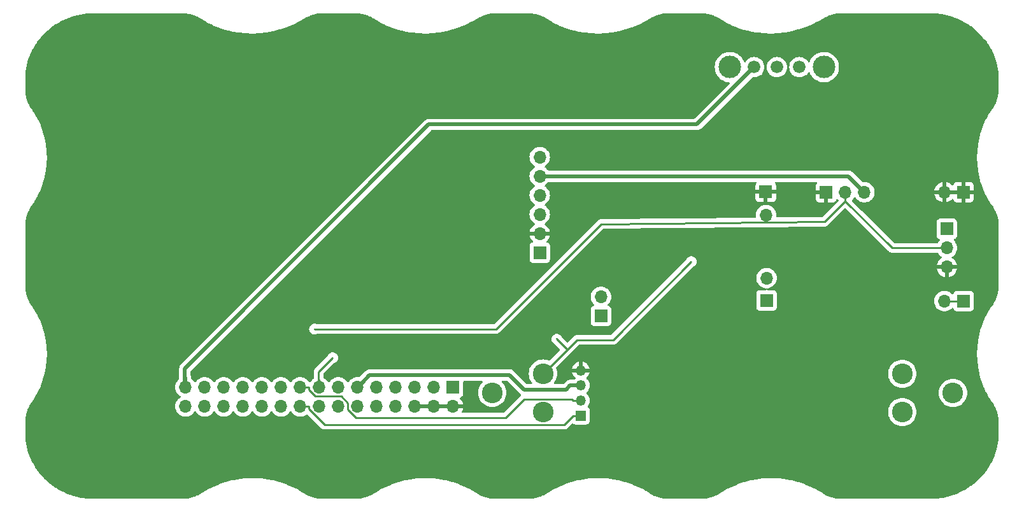
<source format=gtl>
G04 #@! TF.GenerationSoftware,KiCad,Pcbnew,8.0.0~rc1-27482ef8a0~176~ubuntu22.04.1*
G04 #@! TF.CreationDate,2024-01-20T19:03:22+09:00*
G04 #@! TF.ProjectId,bGeigieZen V3.0.2 Production,62476569-6769-4655-9a65-6e2056332e30,V3.0.2*
G04 #@! TF.SameCoordinates,Original*
G04 #@! TF.FileFunction,Copper,L1,Top*
G04 #@! TF.FilePolarity,Positive*
%FSLAX46Y46*%
G04 Gerber Fmt 4.6, Leading zero omitted, Abs format (unit mm)*
G04 Created by KiCad (PCBNEW 8.0.0~rc1-27482ef8a0~176~ubuntu22.04.1) date 2024-01-20 19:03:22*
%MOMM*%
%LPD*%
G01*
G04 APERTURE LIST*
G04 #@! TA.AperFunction,ComponentPad*
%ADD10R,1.700000X1.700000*%
G04 #@! TD*
G04 #@! TA.AperFunction,ComponentPad*
%ADD11O,1.700000X1.700000*%
G04 #@! TD*
G04 #@! TA.AperFunction,ComponentPad*
%ADD12C,1.676400*%
G04 #@! TD*
G04 #@! TA.AperFunction,ComponentPad*
%ADD13C,3.000000*%
G04 #@! TD*
G04 #@! TA.AperFunction,ComponentPad*
%ADD14R,1.350000X1.350000*%
G04 #@! TD*
G04 #@! TA.AperFunction,ComponentPad*
%ADD15O,1.350000X1.350000*%
G04 #@! TD*
G04 #@! TA.AperFunction,ComponentPad*
%ADD16C,2.743200*%
G04 #@! TD*
G04 #@! TA.AperFunction,ViaPad*
%ADD17C,0.300000*%
G04 #@! TD*
G04 #@! TA.AperFunction,Conductor*
%ADD18C,0.250000*%
G04 #@! TD*
G04 #@! TA.AperFunction,Conductor*
%ADD19C,0.500000*%
G04 #@! TD*
G04 APERTURE END LIST*
D10*
X141452600Y-116407000D03*
D11*
X141452600Y-118947000D03*
X138912600Y-116407000D03*
X138912600Y-118947000D03*
X136372600Y-116407000D03*
X136372600Y-118947000D03*
X133832600Y-116407000D03*
X133832600Y-118947000D03*
X131292600Y-116407000D03*
X131292600Y-118947000D03*
X128752600Y-116407000D03*
X128752600Y-118947000D03*
X126212600Y-116407000D03*
X126212600Y-118947000D03*
X123672600Y-116407000D03*
X123672600Y-118947000D03*
X121132600Y-116407000D03*
X121132600Y-118947000D03*
X118592600Y-116407000D03*
X118592600Y-118947000D03*
X116052600Y-116407000D03*
X116052600Y-118947000D03*
X113512600Y-116407000D03*
X113512600Y-118947000D03*
X110972600Y-116407000D03*
X110972600Y-118947000D03*
X108432600Y-116407000D03*
X108432600Y-118947000D03*
X105892600Y-116407000D03*
X105892600Y-118947000D03*
D10*
X209330734Y-90462202D03*
D11*
X206790734Y-90462202D03*
D10*
X152984600Y-98500000D03*
D11*
X152984600Y-95960000D03*
X152984600Y-93420000D03*
X152984600Y-90880000D03*
X152984600Y-88340000D03*
X152984600Y-85800000D03*
D12*
X187505600Y-73838000D03*
X184505600Y-73838000D03*
X181505600Y-73838000D03*
D13*
X190755600Y-73838000D03*
X178255600Y-73838000D03*
D10*
X209335334Y-104940202D03*
D11*
X206795334Y-104940202D03*
D10*
X161121600Y-106925000D03*
D11*
X161121600Y-104385000D03*
D10*
X191067600Y-90470000D03*
D11*
X193607600Y-90470000D03*
X196147600Y-90470000D03*
D10*
X207108000Y-95330000D03*
D11*
X207108000Y-97870000D03*
X207108000Y-100410000D03*
D10*
X183134000Y-104850000D03*
D11*
X183134000Y-101884500D03*
D14*
X158447600Y-120169000D03*
D15*
X158447600Y-118169000D03*
X158447600Y-116169000D03*
X158447600Y-114169000D03*
D10*
X183032400Y-90422800D03*
D11*
X183063469Y-93510215D03*
D16*
X207925600Y-117150000D03*
X153417600Y-119670000D03*
X153417600Y-114590000D03*
X146669600Y-117130000D03*
X201177600Y-114610000D03*
X201177600Y-119690000D03*
D17*
X125451000Y-112470000D03*
X123038000Y-108660000D03*
X155249000Y-110003000D03*
X173128000Y-99695100D03*
D18*
X123673000Y-116374000D02*
X123673000Y-116382000D01*
X123673000Y-116394000D02*
X123673000Y-116398000D01*
X123672600Y-116394400D02*
X123672600Y-116407000D01*
X123673000Y-116082000D02*
X123673000Y-116148000D01*
X123673000Y-116390000D02*
X123673000Y-116394000D01*
X123583000Y-115755000D02*
X123673000Y-115845000D01*
X125451000Y-112470000D02*
X123583000Y-114330000D01*
X123673000Y-116310000D02*
X123673000Y-116342000D01*
X123673000Y-116342000D02*
X123673000Y-116358000D01*
X123583000Y-115992000D02*
X123673000Y-116082000D01*
X123673000Y-115370000D02*
X123673000Y-115845000D01*
X123673000Y-116394000D02*
X123672600Y-116394400D01*
X123673000Y-116358000D02*
X123673000Y-116374000D01*
X123673000Y-115888000D02*
X123673000Y-116082000D01*
X123673000Y-116082000D02*
X123673000Y-116148000D01*
X123673000Y-116382000D02*
X123673000Y-116390000D01*
X123583000Y-114330000D02*
X123583000Y-115280000D01*
X123583000Y-115755000D02*
X123583000Y-115992000D01*
X123673000Y-116278000D02*
X123673000Y-116310000D01*
X123673000Y-116148000D02*
X123673000Y-116213000D01*
X123673000Y-116213000D02*
X123673000Y-116278000D01*
X123673000Y-115845000D02*
X123673000Y-115888000D01*
X123673000Y-116310000D02*
X123673000Y-116342000D01*
X123673000Y-116382000D02*
X123673000Y-116390000D01*
X123673000Y-116213000D02*
X123673000Y-116278000D01*
X123673000Y-116358000D02*
X123673000Y-116374000D01*
X123583000Y-115280000D02*
X123673000Y-115370000D01*
X123673000Y-115845000D02*
X123673000Y-115888000D01*
X123583000Y-115992000D02*
X123583000Y-116230000D01*
X123583000Y-115280000D02*
X123583000Y-115755000D01*
D19*
X196147600Y-90470000D02*
X196147900Y-90470000D01*
X150897000Y-116713000D02*
X148980000Y-114796000D01*
X148980000Y-114796000D02*
X130363000Y-114796000D01*
X129397000Y-115763000D02*
X129075000Y-116085000D01*
X158447600Y-116169000D02*
X157021000Y-116169000D01*
X194018000Y-88340000D02*
X196148000Y-90469800D01*
X129074600Y-116085000D02*
X128752600Y-116407000D01*
X129075000Y-116085000D02*
X129074600Y-116085000D01*
X152985000Y-88340000D02*
X152984600Y-88340000D01*
X196148000Y-90469800D02*
X196148000Y-90469900D01*
X157021000Y-116169000D02*
X156477000Y-116713000D01*
X152985000Y-88340000D02*
X194018000Y-88340000D01*
X158448000Y-116169000D02*
X158447600Y-116169000D01*
X156477000Y-116713000D02*
X150897000Y-116713000D01*
X129075000Y-116085000D02*
X128753000Y-116407000D01*
X130363000Y-114796000D02*
X129397000Y-115763000D01*
X196147900Y-90470000D02*
X196148000Y-90469900D01*
D18*
X123038000Y-108660000D02*
X147168000Y-108660000D01*
X207108000Y-97870000D02*
X199831000Y-97870000D01*
X147168000Y-108660000D02*
X161138000Y-94690000D01*
X193607600Y-90470000D02*
X193608000Y-90470000D01*
X193608000Y-90470000D02*
X193608000Y-91646700D01*
X161138000Y-94690000D02*
X190855000Y-94398900D01*
X199831000Y-97870000D02*
X193608000Y-91646700D01*
X190855000Y-94398900D02*
X193608000Y-91646700D01*
X127483000Y-119369000D02*
X128551000Y-120437000D01*
X128551000Y-120437000D02*
X148439000Y-120437000D01*
X121133000Y-116407000D02*
X122309000Y-116407000D01*
X157446000Y-118169000D02*
X158447600Y-118169000D01*
X123118000Y-117584000D02*
X126596000Y-117584000D01*
X126596000Y-117584000D02*
X127483000Y-118471000D01*
X150909000Y-117968000D02*
X157245000Y-117968000D01*
X122309000Y-116775000D02*
X123118000Y-117584000D01*
X122309000Y-116407000D02*
X122309000Y-116775000D01*
X121133000Y-116407000D02*
X121132600Y-116407000D01*
X148439000Y-120437000D02*
X150909000Y-117968000D01*
X157245000Y-117968000D02*
X157446000Y-118169000D01*
X158447600Y-118169000D02*
X158448000Y-118169000D01*
X127483000Y-118471000D02*
X127483000Y-119369000D01*
X121133000Y-118947000D02*
X121132600Y-118947000D01*
X124384000Y-121389000D02*
X156226000Y-121389000D01*
X158447600Y-120169000D02*
X158448000Y-120169000D01*
X157446000Y-120169000D02*
X158447600Y-120169000D01*
X121133000Y-118947000D02*
X122309000Y-118947000D01*
X122309000Y-118947000D02*
X122309000Y-119315000D01*
X156226000Y-121389000D02*
X157446000Y-120169000D01*
X122309000Y-119315000D02*
X124384000Y-121389000D01*
X210037600Y-104977000D02*
X210038000Y-104977000D01*
X207498000Y-104977000D02*
X210037600Y-104977000D01*
X207498000Y-104977000D02*
X207497600Y-104977000D01*
D19*
X105892600Y-116397900D02*
X105892600Y-116407000D01*
X105803000Y-115649000D02*
X105893000Y-115739000D01*
X105803000Y-116230000D02*
X105803000Y-115940000D01*
X181506000Y-73838200D02*
X181506000Y-73838300D01*
X181505900Y-73838000D02*
X181506000Y-73838100D01*
X105893000Y-116397500D02*
X105892600Y-116397900D01*
X105893000Y-115739000D02*
X105893000Y-115782000D01*
X105893000Y-116250000D02*
X105893000Y-116289000D01*
X105803000Y-115068000D02*
X105893000Y-115157000D01*
X105893000Y-115739000D02*
X105893000Y-115782000D01*
X105893000Y-116348000D02*
X105893000Y-116368000D01*
X105893000Y-116172000D02*
X105893000Y-116250000D01*
X181506000Y-73838400D02*
X173874000Y-81470000D01*
X105803000Y-115649000D02*
X105803000Y-115068000D01*
X105893000Y-116388000D02*
X105893000Y-116397500D01*
X181506000Y-73838300D02*
X181506000Y-73838400D01*
X105893000Y-116172000D02*
X105893000Y-116250000D01*
X173874000Y-81470000D02*
X138238000Y-81470000D01*
X181506000Y-73838200D02*
X181506000Y-73838100D01*
X105893000Y-116328000D02*
X105893000Y-116348000D01*
X105803000Y-115940000D02*
X105893000Y-116029000D01*
X105893000Y-115782000D02*
X105893000Y-116029000D01*
X105893000Y-115157000D02*
X105893000Y-115739000D01*
X105893000Y-116348000D02*
X105893000Y-116368000D01*
X105893000Y-116029000D02*
X105893000Y-116094000D01*
X105893000Y-116378000D02*
X105893000Y-116388000D01*
X105893000Y-116289000D02*
X105893000Y-116328000D01*
X181505600Y-73838000D02*
X181505900Y-73838000D01*
X105893000Y-116094000D02*
X105893000Y-116172000D01*
X105893000Y-116378000D02*
X105893000Y-116388000D01*
X105803000Y-115940000D02*
X105803000Y-115649000D01*
X138238000Y-81470000D02*
X105803000Y-113905000D01*
X105893000Y-116029000D02*
X105893000Y-116094000D01*
X181506000Y-73838300D02*
X181506000Y-73838200D01*
X105893000Y-116368000D02*
X105893000Y-116378000D01*
X105893000Y-116289000D02*
X105893000Y-116328000D01*
X105803000Y-113905000D02*
X105803000Y-115068000D01*
X105893000Y-116397500D02*
X105893000Y-116407000D01*
D18*
X157900000Y-110108000D02*
X162715000Y-110108000D01*
X155249000Y-110003000D02*
X156627000Y-111381000D01*
X162715000Y-110108000D02*
X173128000Y-99695100D01*
X156627000Y-111381000D02*
X157900000Y-110108000D01*
X153418000Y-114590000D02*
X156627000Y-111381000D01*
G04 #@! TA.AperFunction,Conductor*
G36*
X145350166Y-115574502D02*
G01*
X145396659Y-115628158D01*
X145406763Y-115698432D01*
X145377269Y-115763012D01*
X145371140Y-115769595D01*
X145245090Y-115895644D01*
X145083912Y-116110954D01*
X144955036Y-116346973D01*
X144955031Y-116346983D01*
X144861049Y-116598960D01*
X144803882Y-116861753D01*
X144784697Y-117130000D01*
X144803882Y-117398246D01*
X144861049Y-117661039D01*
X144955031Y-117913016D01*
X144955036Y-117913026D01*
X145083912Y-118149045D01*
X145083917Y-118149052D01*
X145083919Y-118149055D01*
X145245085Y-118364349D01*
X145245087Y-118364351D01*
X145245090Y-118364355D01*
X145435244Y-118554509D01*
X145435247Y-118554511D01*
X145435251Y-118554515D01*
X145650545Y-118715681D01*
X145650548Y-118715682D01*
X145650554Y-118715687D01*
X145886573Y-118844563D01*
X145886583Y-118844568D01*
X146138561Y-118938551D01*
X146401350Y-118995717D01*
X146669600Y-119014903D01*
X146937850Y-118995717D01*
X147200639Y-118938551D01*
X147452617Y-118844568D01*
X147528549Y-118803106D01*
X147688645Y-118715687D01*
X147688647Y-118715685D01*
X147688655Y-118715681D01*
X147903949Y-118554515D01*
X148094115Y-118364349D01*
X148255281Y-118149055D01*
X148255285Y-118149047D01*
X148255287Y-118149045D01*
X148384163Y-117913026D01*
X148384168Y-117913017D01*
X148478151Y-117661039D01*
X148535317Y-117398250D01*
X148554503Y-117130000D01*
X148535317Y-116861750D01*
X148478151Y-116598961D01*
X148384168Y-116346983D01*
X148384163Y-116346973D01*
X148255287Y-116110954D01*
X148255282Y-116110948D01*
X148255281Y-116110945D01*
X148094115Y-115895651D01*
X148094111Y-115895647D01*
X148094109Y-115895644D01*
X147968060Y-115769595D01*
X147934034Y-115707283D01*
X147939099Y-115636468D01*
X147981646Y-115579632D01*
X148048166Y-115554821D01*
X148057155Y-115554500D01*
X148613629Y-115554500D01*
X148681750Y-115574502D01*
X148702724Y-115591405D01*
X150307834Y-117196515D01*
X150307835Y-117196516D01*
X150413484Y-117302165D01*
X150439734Y-117319705D01*
X150444950Y-117323190D01*
X150490478Y-117377667D01*
X150499326Y-117448110D01*
X150468685Y-117512154D01*
X150464102Y-117516992D01*
X150463346Y-117517749D01*
X150463269Y-117517825D01*
X148213572Y-119766613D01*
X148151253Y-119800626D01*
X148124495Y-119803500D01*
X142747986Y-119803500D01*
X142679865Y-119783498D01*
X142633372Y-119729842D01*
X142623268Y-119659568D01*
X142642504Y-119608583D01*
X142651019Y-119595550D01*
X142741420Y-119389456D01*
X142741423Y-119389449D01*
X142789144Y-119201000D01*
X141883303Y-119201000D01*
X141918525Y-119139993D01*
X141952600Y-119012826D01*
X141952600Y-118881174D01*
X141918525Y-118754007D01*
X141883303Y-118693000D01*
X142789144Y-118693000D01*
X142789144Y-118692999D01*
X142741423Y-118504550D01*
X142741420Y-118504543D01*
X142651019Y-118298451D01*
X142527925Y-118110041D01*
X142384618Y-117954367D01*
X142353198Y-117890702D01*
X142361185Y-117820156D01*
X142406044Y-117765127D01*
X142433279Y-117750977D01*
X142548804Y-117707889D01*
X142665861Y-117620261D01*
X142742601Y-117517749D01*
X142753487Y-117503207D01*
X142753487Y-117503206D01*
X142753489Y-117503204D01*
X142800312Y-117377667D01*
X142804588Y-117366204D01*
X142804590Y-117366196D01*
X142811099Y-117305649D01*
X142811100Y-117305632D01*
X142811100Y-115680500D01*
X142831102Y-115612379D01*
X142884758Y-115565886D01*
X142937100Y-115554500D01*
X145282045Y-115554500D01*
X145350166Y-115574502D01*
G37*
G04 #@! TD.AperFunction*
G04 #@! TA.AperFunction,Conductor*
G36*
X138446675Y-118754007D02*
G01*
X138412600Y-118881174D01*
X138412600Y-119012826D01*
X138446675Y-119139993D01*
X138481897Y-119201000D01*
X136803303Y-119201000D01*
X136838525Y-119139993D01*
X136872600Y-119012826D01*
X136872600Y-118881174D01*
X136838525Y-118754007D01*
X136803303Y-118693000D01*
X138481897Y-118693000D01*
X138446675Y-118754007D01*
G37*
G04 #@! TD.AperFunction*
G04 #@! TA.AperFunction,Conductor*
G36*
X140986675Y-118754007D02*
G01*
X140952600Y-118881174D01*
X140952600Y-119012826D01*
X140986675Y-119139993D01*
X141021897Y-119201000D01*
X139343303Y-119201000D01*
X139378525Y-119139993D01*
X139412600Y-119012826D01*
X139412600Y-118881174D01*
X139378525Y-118754007D01*
X139343303Y-118693000D01*
X141021897Y-118693000D01*
X140986675Y-118754007D01*
G37*
G04 #@! TD.AperFunction*
G04 #@! TA.AperFunction,Conductor*
G36*
X208864809Y-90269209D02*
G01*
X208830734Y-90396376D01*
X208830734Y-90528028D01*
X208864809Y-90655195D01*
X208900031Y-90716202D01*
X207221437Y-90716202D01*
X207256659Y-90655195D01*
X207290734Y-90528028D01*
X207290734Y-90396376D01*
X207256659Y-90269209D01*
X207221437Y-90208202D01*
X208900031Y-90208202D01*
X208864809Y-90269209D01*
G37*
G04 #@! TD.AperFunction*
G04 #@! TA.AperFunction,Conductor*
G36*
X105651440Y-66676377D02*
G01*
X105795003Y-66685760D01*
X105798833Y-66686069D01*
X105944408Y-66700116D01*
X105948140Y-66700534D01*
X106093064Y-66719028D01*
X106096826Y-66719566D01*
X106241031Y-66742470D01*
X106244766Y-66743122D01*
X106388152Y-66770393D01*
X106391848Y-66771153D01*
X106526266Y-66800972D01*
X106534263Y-66802746D01*
X106537971Y-66803628D01*
X106679183Y-66839468D01*
X106682845Y-66840456D01*
X106822860Y-66880534D01*
X106826480Y-66881629D01*
X106899608Y-66904973D01*
X106965116Y-66925884D01*
X106968726Y-66927097D01*
X106990146Y-66934655D01*
X107105869Y-66975488D01*
X107109409Y-66976797D01*
X107244890Y-67029265D01*
X107244903Y-67029270D01*
X107248432Y-67030699D01*
X107382120Y-67087197D01*
X107385595Y-67088727D01*
X107517456Y-67149248D01*
X107520881Y-67150885D01*
X107650642Y-67215320D01*
X107654039Y-67217072D01*
X107752729Y-67269924D01*
X107781596Y-67285383D01*
X107785007Y-67287279D01*
X107909859Y-67359203D01*
X107913757Y-67361543D01*
X108653786Y-67824557D01*
X108662190Y-67829815D01*
X108668772Y-67835511D01*
X108678271Y-67840399D01*
X108687464Y-67845629D01*
X108696557Y-67851320D01*
X108704820Y-67854064D01*
X108849286Y-67928418D01*
X109468169Y-68246948D01*
X109475032Y-68251963D01*
X109485423Y-68256290D01*
X109494644Y-68260574D01*
X109504713Y-68265755D01*
X109512977Y-68267760D01*
X110280424Y-68587250D01*
X110304811Y-68597402D01*
X110311892Y-68601760D01*
X110323069Y-68605419D01*
X110332308Y-68608849D01*
X110343235Y-68613399D01*
X110351452Y-68614712D01*
X111167115Y-68881812D01*
X111174345Y-68885530D01*
X111186229Y-68888449D01*
X111195411Y-68891077D01*
X111207076Y-68894899D01*
X111215179Y-68895565D01*
X112049992Y-69100787D01*
X112057326Y-69103896D01*
X112069833Y-69106014D01*
X112078905Y-69107896D01*
X112091271Y-69110938D01*
X112099245Y-69110999D01*
X112948523Y-69254985D01*
X112955922Y-69257508D01*
X112968927Y-69258769D01*
X112977859Y-69259959D01*
X112990761Y-69262148D01*
X112998567Y-69261646D01*
X113857610Y-69345020D01*
X113865069Y-69346989D01*
X113878392Y-69347347D01*
X113887218Y-69347894D01*
X113900559Y-69349192D01*
X113908201Y-69348153D01*
X114772249Y-69371532D01*
X114779730Y-69372962D01*
X114793271Y-69372398D01*
X114801930Y-69372335D01*
X114815548Y-69372703D01*
X114823008Y-69371159D01*
X115687374Y-69335155D01*
X115694901Y-69336068D01*
X115708482Y-69334570D01*
X115717070Y-69333919D01*
X115730762Y-69333350D01*
X115738069Y-69331309D01*
X116598012Y-69236530D01*
X116605589Y-69236930D01*
X116619070Y-69234505D01*
X116627604Y-69233269D01*
X116641242Y-69231768D01*
X116648389Y-69229234D01*
X117499213Y-69076279D01*
X117506829Y-69076159D01*
X117520000Y-69072845D01*
X117528465Y-69071021D01*
X117541881Y-69068610D01*
X117548865Y-69065583D01*
X118385796Y-68855061D01*
X118393465Y-68854412D01*
X118406246Y-68850233D01*
X118414695Y-68847793D01*
X118427699Y-68844523D01*
X118434528Y-68840987D01*
X119252889Y-68573483D01*
X119260608Y-68572280D01*
X119272785Y-68567316D01*
X119281236Y-68564218D01*
X119293716Y-68560141D01*
X119300377Y-68556074D01*
X120095478Y-68232162D01*
X120103219Y-68230375D01*
X120114645Y-68224717D01*
X120123053Y-68220929D01*
X120134904Y-68216103D01*
X120141366Y-68211488D01*
X120908457Y-67831759D01*
X120916199Y-67829357D01*
X120926781Y-67823087D01*
X120935141Y-67818550D01*
X120946216Y-67813070D01*
X120952453Y-67807879D01*
X121703975Y-67362737D01*
X121711358Y-67358693D01*
X121970208Y-67227919D01*
X121973780Y-67226186D01*
X122240653Y-67102063D01*
X122244004Y-67100565D01*
X122378189Y-67042905D01*
X122380667Y-67041873D01*
X122516626Y-66987038D01*
X122519452Y-66985939D01*
X122656274Y-66934641D01*
X122659420Y-66933510D01*
X122797299Y-66886001D01*
X122800728Y-66884874D01*
X122939599Y-66841504D01*
X122943294Y-66840414D01*
X123083099Y-66801529D01*
X123087153Y-66800475D01*
X123227844Y-66766408D01*
X123232254Y-66765425D01*
X123373813Y-66736500D01*
X123378502Y-66735635D01*
X123520953Y-66712173D01*
X123525980Y-66711449D01*
X123669281Y-66693776D01*
X123674615Y-66693235D01*
X123795336Y-66683550D01*
X123818780Y-66681669D01*
X123824352Y-66681347D01*
X123966747Y-66676309D01*
X123970140Y-66676189D01*
X123974595Y-66676110D01*
X128626843Y-66676110D01*
X128635059Y-66676378D01*
X128654314Y-66677636D01*
X128778619Y-66685759D01*
X128782454Y-66686069D01*
X128928000Y-66700113D01*
X128931788Y-66700538D01*
X129076683Y-66719029D01*
X129080465Y-66719570D01*
X129224642Y-66742469D01*
X129228366Y-66743118D01*
X129371773Y-66770393D01*
X129375469Y-66771153D01*
X129509887Y-66800972D01*
X129517884Y-66802746D01*
X129521592Y-66803628D01*
X129662804Y-66839468D01*
X129666466Y-66840456D01*
X129806481Y-66880534D01*
X129810101Y-66881629D01*
X129883073Y-66904923D01*
X129948738Y-66925884D01*
X129952348Y-66927097D01*
X129973768Y-66934655D01*
X130089491Y-66975488D01*
X130093050Y-66976805D01*
X130228509Y-67029265D01*
X130232052Y-67030699D01*
X130264528Y-67044423D01*
X130365728Y-67087190D01*
X130365757Y-67087202D01*
X130369214Y-67088725D01*
X130501050Y-67149235D01*
X130504498Y-67150882D01*
X130634264Y-67215320D01*
X130637661Y-67217072D01*
X130765209Y-67285378D01*
X130768614Y-67287270D01*
X130868270Y-67344679D01*
X130893441Y-67359179D01*
X130897369Y-67361538D01*
X131637405Y-67824557D01*
X131645809Y-67829815D01*
X131652391Y-67835511D01*
X131661890Y-67840399D01*
X131671083Y-67845629D01*
X131680176Y-67851320D01*
X131688439Y-67854064D01*
X131832905Y-67928418D01*
X132451788Y-68246948D01*
X132458651Y-68251963D01*
X132469042Y-68256290D01*
X132478263Y-68260574D01*
X132488332Y-68265755D01*
X132496596Y-68267760D01*
X133264043Y-68587250D01*
X133288430Y-68597402D01*
X133295511Y-68601760D01*
X133306688Y-68605419D01*
X133315927Y-68608849D01*
X133326855Y-68613399D01*
X133335071Y-68614713D01*
X133454755Y-68653905D01*
X134150733Y-68881812D01*
X134157962Y-68885529D01*
X134169836Y-68888446D01*
X134179018Y-68891074D01*
X134190692Y-68894899D01*
X134198796Y-68895565D01*
X135033610Y-69100787D01*
X135040944Y-69103896D01*
X135053451Y-69106014D01*
X135062523Y-69107896D01*
X135074889Y-69110938D01*
X135082863Y-69110999D01*
X135932141Y-69254985D01*
X135939540Y-69257508D01*
X135952545Y-69258769D01*
X135961477Y-69259959D01*
X135974379Y-69262148D01*
X135982185Y-69261646D01*
X136841227Y-69345020D01*
X136848686Y-69346989D01*
X136862009Y-69347347D01*
X136870835Y-69347894D01*
X136884176Y-69349192D01*
X136891818Y-69348153D01*
X137755866Y-69371532D01*
X137763347Y-69372962D01*
X137776888Y-69372398D01*
X137785547Y-69372335D01*
X137799165Y-69372703D01*
X137806625Y-69371159D01*
X138670991Y-69335155D01*
X138678518Y-69336068D01*
X138692099Y-69334570D01*
X138700687Y-69333919D01*
X138714379Y-69333350D01*
X138721686Y-69331309D01*
X139581629Y-69236530D01*
X139589206Y-69236930D01*
X139602687Y-69234505D01*
X139611221Y-69233269D01*
X139624859Y-69231768D01*
X139632006Y-69229234D01*
X140482830Y-69076279D01*
X140490446Y-69076159D01*
X140503617Y-69072845D01*
X140512082Y-69071021D01*
X140525498Y-69068610D01*
X140532482Y-69065583D01*
X141369412Y-68855061D01*
X141377081Y-68854412D01*
X141389862Y-68850233D01*
X141398311Y-68847793D01*
X141411315Y-68844523D01*
X141418144Y-68840987D01*
X142236505Y-68573483D01*
X142244223Y-68572280D01*
X142256400Y-68567316D01*
X142264851Y-68564218D01*
X142277334Y-68560140D01*
X142283997Y-68556073D01*
X142647465Y-68408001D01*
X143079087Y-68232164D01*
X143086830Y-68230377D01*
X143098259Y-68224717D01*
X143106667Y-68220929D01*
X143118518Y-68216103D01*
X143124980Y-68211488D01*
X143892070Y-67831759D01*
X143899812Y-67829357D01*
X143910394Y-67823087D01*
X143918754Y-67818550D01*
X143929829Y-67813070D01*
X143936066Y-67807879D01*
X144687574Y-67362746D01*
X144694931Y-67358714D01*
X144953848Y-67227907D01*
X144957395Y-67226186D01*
X145224270Y-67102063D01*
X145227640Y-67100557D01*
X145361774Y-67042919D01*
X145364314Y-67041861D01*
X145500242Y-66987038D01*
X145503067Y-66985939D01*
X145639891Y-66934640D01*
X145642996Y-66933523D01*
X145780973Y-66885981D01*
X145784345Y-66884874D01*
X145923234Y-66841499D01*
X145926895Y-66840419D01*
X146066717Y-66801529D01*
X146070772Y-66800475D01*
X146211463Y-66766408D01*
X146215872Y-66765425D01*
X146357433Y-66736500D01*
X146362122Y-66735635D01*
X146504573Y-66712173D01*
X146509600Y-66711449D01*
X146652901Y-66693776D01*
X146658234Y-66693235D01*
X146779142Y-66683535D01*
X146802400Y-66681669D01*
X146807972Y-66681347D01*
X146950367Y-66676309D01*
X146953760Y-66676189D01*
X146958215Y-66676110D01*
X151610463Y-66676110D01*
X151618679Y-66676377D01*
X151762242Y-66685760D01*
X151766072Y-66686069D01*
X151911647Y-66700116D01*
X151915379Y-66700534D01*
X152060283Y-66719026D01*
X152064091Y-66719571D01*
X152208262Y-66742469D01*
X152211992Y-66743119D01*
X152355391Y-66770393D01*
X152359087Y-66771153D01*
X152501501Y-66802746D01*
X152505209Y-66803628D01*
X152646421Y-66839468D01*
X152650083Y-66840456D01*
X152790098Y-66880534D01*
X152793718Y-66881629D01*
X152866846Y-66904973D01*
X152932354Y-66925884D01*
X152935964Y-66927097D01*
X152954136Y-66933509D01*
X153073106Y-66975488D01*
X153076646Y-66976797D01*
X153163649Y-67010491D01*
X153212124Y-67029264D01*
X153215669Y-67030699D01*
X153245790Y-67043428D01*
X153341269Y-67083778D01*
X153349360Y-67087197D01*
X153352872Y-67088745D01*
X153484651Y-67149229D01*
X153488126Y-67150889D01*
X153617878Y-67215320D01*
X153621275Y-67217072D01*
X153748855Y-67285395D01*
X153752220Y-67287265D01*
X153877269Y-67359303D01*
X153881159Y-67361639D01*
X154621033Y-67824557D01*
X154629437Y-67829815D01*
X154636019Y-67835511D01*
X154645518Y-67840399D01*
X154654711Y-67845629D01*
X154663804Y-67851320D01*
X154672067Y-67854064D01*
X154810964Y-67925552D01*
X155406692Y-68232165D01*
X155435417Y-68246949D01*
X155442286Y-68251969D01*
X155452650Y-68256283D01*
X155461896Y-68260579D01*
X155471947Y-68265752D01*
X155480221Y-68267760D01*
X156272062Y-68597405D01*
X156279148Y-68601766D01*
X156290301Y-68605416D01*
X156299560Y-68608853D01*
X156310453Y-68613390D01*
X156318673Y-68614706D01*
X156361922Y-68628868D01*
X157134365Y-68881816D01*
X157141593Y-68885532D01*
X157153465Y-68888449D01*
X157162647Y-68891077D01*
X157174321Y-68894902D01*
X157182425Y-68895568D01*
X158017240Y-69100790D01*
X158024574Y-69103899D01*
X158037081Y-69106017D01*
X158046153Y-69107899D01*
X158058519Y-69110941D01*
X158066493Y-69111002D01*
X158915773Y-69254989D01*
X158923171Y-69257513D01*
X158936175Y-69258773D01*
X158945107Y-69259963D01*
X158958009Y-69262152D01*
X158965815Y-69261650D01*
X159824858Y-69345025D01*
X159832317Y-69346994D01*
X159845640Y-69347352D01*
X159854466Y-69347899D01*
X159867807Y-69349197D01*
X159875448Y-69348158D01*
X160739496Y-69371538D01*
X160746978Y-69372968D01*
X160760519Y-69372404D01*
X160769178Y-69372341D01*
X160782796Y-69372709D01*
X160790256Y-69371165D01*
X161654623Y-69335161D01*
X161662150Y-69336074D01*
X161675731Y-69334576D01*
X161684319Y-69333925D01*
X161698011Y-69333356D01*
X161705318Y-69331315D01*
X162565259Y-69236537D01*
X162572837Y-69236937D01*
X162586318Y-69234512D01*
X162594852Y-69233276D01*
X162608490Y-69231775D01*
X162615637Y-69229241D01*
X163466462Y-69076286D01*
X163474078Y-69076166D01*
X163487249Y-69072852D01*
X163495714Y-69071028D01*
X163509127Y-69068617D01*
X163516108Y-69065592D01*
X164353046Y-68855067D01*
X164360715Y-68854418D01*
X164373494Y-68850239D01*
X164381943Y-68847799D01*
X164394946Y-68844530D01*
X164401771Y-68840995D01*
X165220138Y-68573488D01*
X165227856Y-68572285D01*
X165240033Y-68567321D01*
X165248484Y-68564223D01*
X165260964Y-68560146D01*
X165267625Y-68556079D01*
X166062726Y-68232167D01*
X166070467Y-68230380D01*
X166081893Y-68224722D01*
X166090301Y-68220934D01*
X166102151Y-68216108D01*
X166108612Y-68211494D01*
X166875704Y-67831762D01*
X166883446Y-67829360D01*
X166894029Y-67823089D01*
X166902389Y-67818552D01*
X166913464Y-67813072D01*
X166919701Y-67807881D01*
X167671253Y-67362719D01*
X167678630Y-67358676D01*
X167937441Y-67227922D01*
X167941087Y-67226155D01*
X168207893Y-67102063D01*
X168211244Y-67100565D01*
X168345397Y-67042919D01*
X168347938Y-67041861D01*
X168483865Y-66987038D01*
X168486690Y-66985939D01*
X168623515Y-66934641D01*
X168626620Y-66933523D01*
X168764597Y-66885981D01*
X168767969Y-66884874D01*
X168906858Y-66841499D01*
X168910519Y-66840419D01*
X169050356Y-66801525D01*
X169054382Y-66800478D01*
X169195088Y-66766408D01*
X169199497Y-66765425D01*
X169341058Y-66736500D01*
X169345747Y-66735635D01*
X169488198Y-66712173D01*
X169493225Y-66711449D01*
X169636526Y-66693776D01*
X169641860Y-66693235D01*
X169762768Y-66683535D01*
X169786026Y-66681669D01*
X169791598Y-66681347D01*
X169933921Y-66676311D01*
X169937387Y-66676189D01*
X169941842Y-66676110D01*
X174594083Y-66676110D01*
X174602299Y-66676377D01*
X174745862Y-66685760D01*
X174749692Y-66686069D01*
X174895267Y-66700116D01*
X174898999Y-66700534D01*
X175043921Y-66719028D01*
X175047684Y-66719566D01*
X175191889Y-66742470D01*
X175195624Y-66743122D01*
X175339010Y-66770393D01*
X175342706Y-66771153D01*
X175477124Y-66800972D01*
X175485121Y-66802746D01*
X175488829Y-66803628D01*
X175630041Y-66839468D01*
X175633703Y-66840456D01*
X175773718Y-66880534D01*
X175777338Y-66881629D01*
X175850466Y-66904973D01*
X175915974Y-66925884D01*
X175919584Y-66927097D01*
X175937756Y-66933509D01*
X176056726Y-66975488D01*
X176060266Y-66976797D01*
X176195759Y-67029269D01*
X176199290Y-67030699D01*
X176332977Y-67087197D01*
X176336452Y-67088727D01*
X176468302Y-67149243D01*
X176471724Y-67150877D01*
X176569365Y-67199364D01*
X176601487Y-67215315D01*
X176604931Y-67217092D01*
X176732452Y-67285383D01*
X176735841Y-67287265D01*
X176860893Y-67359305D01*
X176864767Y-67361631D01*
X177604653Y-67824557D01*
X177613057Y-67829815D01*
X177619639Y-67835511D01*
X177629138Y-67840399D01*
X177638331Y-67845629D01*
X177647424Y-67851320D01*
X177655687Y-67854064D01*
X177800153Y-67928418D01*
X178419036Y-68246948D01*
X178425899Y-68251963D01*
X178436290Y-68256290D01*
X178445511Y-68260574D01*
X178455580Y-68265755D01*
X178463844Y-68267760D01*
X179231292Y-68587250D01*
X179255679Y-68597402D01*
X179262760Y-68601760D01*
X179273937Y-68605419D01*
X179283176Y-68608849D01*
X179294103Y-68613399D01*
X179302320Y-68614712D01*
X180117983Y-68881812D01*
X180125213Y-68885530D01*
X180137097Y-68888449D01*
X180146279Y-68891077D01*
X180157944Y-68894899D01*
X180166047Y-68895565D01*
X181000861Y-69100787D01*
X181008195Y-69103896D01*
X181020702Y-69106014D01*
X181029774Y-69107896D01*
X181042140Y-69110938D01*
X181050114Y-69110999D01*
X181899393Y-69254985D01*
X181906792Y-69257508D01*
X181919797Y-69258769D01*
X181928729Y-69259959D01*
X181941631Y-69262148D01*
X181949437Y-69261646D01*
X182808480Y-69345020D01*
X182815939Y-69346989D01*
X182829262Y-69347347D01*
X182838088Y-69347894D01*
X182851429Y-69349192D01*
X182859071Y-69348153D01*
X183723120Y-69371532D01*
X183730601Y-69372962D01*
X183744142Y-69372398D01*
X183752801Y-69372335D01*
X183766419Y-69372703D01*
X183773879Y-69371159D01*
X184638246Y-69335155D01*
X184645773Y-69336068D01*
X184659354Y-69334570D01*
X184667942Y-69333919D01*
X184681634Y-69333350D01*
X184688941Y-69331309D01*
X185548883Y-69236530D01*
X185556460Y-69236930D01*
X185569941Y-69234505D01*
X185578475Y-69233269D01*
X185592113Y-69231768D01*
X185599260Y-69229234D01*
X186450085Y-69076279D01*
X186457701Y-69076159D01*
X186470872Y-69072845D01*
X186479337Y-69071021D01*
X186492753Y-69068610D01*
X186499737Y-69065583D01*
X187336667Y-68855061D01*
X187344336Y-68854412D01*
X187357117Y-68850233D01*
X187365566Y-68847793D01*
X187378570Y-68844523D01*
X187385399Y-68840987D01*
X188203760Y-68573483D01*
X188211478Y-68572280D01*
X188223655Y-68567316D01*
X188232106Y-68564218D01*
X188244586Y-68560141D01*
X188251247Y-68556074D01*
X189046348Y-68232162D01*
X189054089Y-68230375D01*
X189065515Y-68224717D01*
X189073923Y-68220929D01*
X189085774Y-68216103D01*
X189092236Y-68211488D01*
X189859326Y-67831759D01*
X189867068Y-67829357D01*
X189877650Y-67823087D01*
X189886010Y-67818550D01*
X189897085Y-67813070D01*
X189903322Y-67807879D01*
X190654848Y-67362734D01*
X190662202Y-67358704D01*
X190921088Y-67227917D01*
X190924674Y-67226177D01*
X191191558Y-67102053D01*
X191194859Y-67100577D01*
X191329032Y-67042924D01*
X191331574Y-67041865D01*
X191467486Y-66987047D01*
X191470215Y-66985985D01*
X191607230Y-66934617D01*
X191610251Y-66933530D01*
X191748142Y-66886015D01*
X191751611Y-66884875D01*
X191890455Y-66841514D01*
X191894166Y-66840419D01*
X192033968Y-66801533D01*
X192038017Y-66800480D01*
X192178760Y-66766400D01*
X192183066Y-66765439D01*
X192324691Y-66736502D01*
X192329392Y-66735635D01*
X192471880Y-66712166D01*
X192476854Y-66711451D01*
X192620160Y-66693776D01*
X192625427Y-66693240D01*
X192769689Y-66681667D01*
X192775222Y-66681348D01*
X192921008Y-66676189D01*
X192925464Y-66676110D01*
X204905471Y-66676110D01*
X204906295Y-66676113D01*
X204917754Y-66676187D01*
X204917755Y-66676188D01*
X205370052Y-66679147D01*
X205376816Y-66679375D01*
X205817537Y-66706141D01*
X205824211Y-66706725D01*
X206260716Y-66756675D01*
X206267230Y-66757594D01*
X206574524Y-66809186D01*
X206698842Y-66830058D01*
X206705213Y-66831297D01*
X206751394Y-66841520D01*
X207131264Y-66925611D01*
X207137409Y-66927137D01*
X207557117Y-67042616D01*
X207563076Y-67044416D01*
X207975792Y-67180406D01*
X207981565Y-67182466D01*
X208386535Y-67338284D01*
X208392122Y-67340590D01*
X208752717Y-67499714D01*
X208788551Y-67515527D01*
X208793981Y-67518079D01*
X209181237Y-67711494D01*
X209186478Y-67714268D01*
X209563746Y-67925432D01*
X209568801Y-67928418D01*
X209935474Y-68156710D01*
X209940349Y-68159904D01*
X210295636Y-68404604D01*
X210300333Y-68408001D01*
X210643506Y-68668418D01*
X210648031Y-68672018D01*
X210978380Y-68947474D01*
X210982733Y-68951277D01*
X211119391Y-69076287D01*
X211294572Y-69236537D01*
X211299492Y-69241037D01*
X211303673Y-69245041D01*
X211392895Y-69334535D01*
X211606177Y-69548468D01*
X211610194Y-69552689D01*
X211897660Y-69869021D01*
X211901508Y-69873458D01*
X212134017Y-70154592D01*
X212167218Y-70194737D01*
X212173265Y-70202048D01*
X212176939Y-70206709D01*
X212432260Y-70546852D01*
X212435753Y-70551745D01*
X212673882Y-70902680D01*
X212677179Y-70907801D01*
X212897477Y-71268932D01*
X212900565Y-71274287D01*
X213102253Y-71644809D01*
X213105135Y-71650437D01*
X213287541Y-72029693D01*
X213290188Y-72035577D01*
X213452607Y-72422881D01*
X213454995Y-72429020D01*
X213596731Y-72823669D01*
X213598836Y-72830062D01*
X213719199Y-73231396D01*
X213720994Y-73238036D01*
X213819277Y-73645330D01*
X213820734Y-73652201D01*
X213896250Y-74064791D01*
X213897339Y-74071875D01*
X213949403Y-74489123D01*
X213950097Y-74496393D01*
X213978008Y-74917604D01*
X213978281Y-74925025D01*
X213981448Y-75363689D01*
X213981451Y-75364599D01*
X213981451Y-77069677D01*
X213981133Y-77078621D01*
X213971409Y-77215263D01*
X213971037Y-77219489D01*
X213956448Y-77358297D01*
X213955937Y-77362480D01*
X213936717Y-77500706D01*
X213936072Y-77504839D01*
X213912265Y-77642402D01*
X213911489Y-77646488D01*
X213883126Y-77783330D01*
X213882220Y-77787366D01*
X213849375Y-77923229D01*
X213848343Y-77927213D01*
X213811043Y-78062058D01*
X213809886Y-78065990D01*
X213768186Y-78199658D01*
X213766907Y-78203536D01*
X213720845Y-78335933D01*
X213719444Y-78339758D01*
X213669094Y-78470682D01*
X213667574Y-78474452D01*
X213612958Y-78603848D01*
X213611319Y-78607562D01*
X213552479Y-78735313D01*
X213550722Y-78738973D01*
X213487747Y-78864862D01*
X213485873Y-78868461D01*
X213418762Y-78992469D01*
X213416770Y-78996013D01*
X213345603Y-79117946D01*
X213343494Y-79121429D01*
X213269284Y-79239629D01*
X213265149Y-79245802D01*
X213022857Y-79585472D01*
X213019085Y-79589176D01*
X213009511Y-79603879D01*
X213009511Y-79603880D01*
X213008700Y-79605124D01*
X213005725Y-79609490D01*
X212994665Y-79625003D01*
X212992596Y-79629874D01*
X212777647Y-79960199D01*
X212772804Y-79965486D01*
X212765581Y-79978285D01*
X212761469Y-79985062D01*
X212753472Y-79997353D01*
X212751019Y-80004091D01*
X212339049Y-80734229D01*
X212333702Y-80740997D01*
X212329129Y-80750939D01*
X212324407Y-80760181D01*
X212319036Y-80769702D01*
X212316688Y-80777998D01*
X211967719Y-81537037D01*
X211963017Y-81544115D01*
X211959176Y-81554636D01*
X211955306Y-81564038D01*
X211950608Y-81574259D01*
X211948967Y-81582608D01*
X211663569Y-82364733D01*
X211659496Y-82372077D01*
X211656418Y-82383177D01*
X211653378Y-82392664D01*
X211649415Y-82403531D01*
X211648462Y-82411878D01*
X211426557Y-83212471D01*
X211423114Y-83220031D01*
X211420864Y-83231582D01*
X211418619Y-83241113D01*
X211415474Y-83252467D01*
X211415184Y-83260772D01*
X211256712Y-84075247D01*
X211253889Y-84082990D01*
X211252519Y-84094846D01*
X211251037Y-84104421D01*
X211248753Y-84116166D01*
X211249107Y-84124402D01*
X211154035Y-84948122D01*
X211151826Y-84956027D01*
X211151367Y-84968025D01*
X211150629Y-84977648D01*
X211149248Y-84989616D01*
X211150229Y-84997764D01*
X211118538Y-85826099D01*
X211116944Y-85834125D01*
X211117403Y-85846202D01*
X211117403Y-85855767D01*
X211116942Y-85867889D01*
X211118539Y-85875917D01*
X211150224Y-86704241D01*
X211149246Y-86712381D01*
X211150626Y-86724363D01*
X211151359Y-86733920D01*
X211151826Y-86746049D01*
X211154042Y-86753953D01*
X211249100Y-87577614D01*
X211248749Y-87585857D01*
X211251023Y-87597547D01*
X211252509Y-87607149D01*
X211253879Y-87619017D01*
X211256708Y-87626769D01*
X211264697Y-87667826D01*
X211415175Y-88441247D01*
X211415468Y-88449556D01*
X211418603Y-88460873D01*
X211420854Y-88470435D01*
X211423104Y-88481996D01*
X211426556Y-88489566D01*
X211648457Y-89290169D01*
X211649414Y-89298521D01*
X211653358Y-89309336D01*
X211656398Y-89318822D01*
X211659490Y-89329971D01*
X211663570Y-89337320D01*
X211948954Y-90119424D01*
X211950597Y-90127773D01*
X211955285Y-90137975D01*
X211959150Y-90147365D01*
X211963024Y-90157976D01*
X211967737Y-90165059D01*
X212316685Y-90924065D01*
X212319036Y-90932361D01*
X212324394Y-90941859D01*
X212329122Y-90951113D01*
X212333701Y-90961071D01*
X212339050Y-90967836D01*
X212427878Y-91125268D01*
X212742512Y-91682904D01*
X212751028Y-91697996D01*
X212753488Y-91704748D01*
X212761467Y-91717009D01*
X212765600Y-91723822D01*
X212772815Y-91736611D01*
X212777666Y-91741903D01*
X212992604Y-92072218D01*
X212994683Y-92077107D01*
X213005703Y-92092559D01*
X213008716Y-92096979D01*
X213009448Y-92098105D01*
X213019127Y-92112975D01*
X213022916Y-92116690D01*
X213263473Y-92453932D01*
X213270095Y-92464242D01*
X213410842Y-92708746D01*
X213412378Y-92711493D01*
X213480445Y-92836880D01*
X213481639Y-92839134D01*
X213547322Y-92966201D01*
X213548622Y-92968789D01*
X213611163Y-93096913D01*
X213612545Y-93099839D01*
X213671569Y-93229143D01*
X213673015Y-93232436D01*
X213728011Y-93362725D01*
X213729514Y-93366450D01*
X213780043Y-93497682D01*
X213781556Y-93501825D01*
X213827205Y-93634004D01*
X213828689Y-93638585D01*
X213869008Y-93771601D01*
X213870420Y-93776633D01*
X213905002Y-93910487D01*
X213906291Y-93915979D01*
X213934538Y-94049787D01*
X213934721Y-94050650D01*
X213935827Y-94056592D01*
X213940039Y-94082681D01*
X213957699Y-94192080D01*
X213958563Y-94198466D01*
X213973455Y-94334676D01*
X213974012Y-94341464D01*
X213981535Y-94478507D01*
X213981724Y-94485657D01*
X213981505Y-94598924D01*
X213981436Y-94599283D01*
X213981436Y-103194373D01*
X213981118Y-103203317D01*
X213971394Y-103339959D01*
X213971022Y-103344185D01*
X213956432Y-103483001D01*
X213955921Y-103487184D01*
X213936698Y-103625432D01*
X213936053Y-103629566D01*
X213912248Y-103767112D01*
X213911472Y-103771198D01*
X213883111Y-103908027D01*
X213882205Y-103912062D01*
X213849356Y-104047938D01*
X213848323Y-104051923D01*
X213811024Y-104186759D01*
X213809867Y-104190692D01*
X213768160Y-104324377D01*
X213766881Y-104328255D01*
X213720826Y-104460627D01*
X213719426Y-104464450D01*
X213669058Y-104595422D01*
X213667537Y-104599194D01*
X213612913Y-104728603D01*
X213611274Y-104732318D01*
X213552453Y-104860019D01*
X213550697Y-104863675D01*
X213487708Y-104989594D01*
X213485833Y-104993196D01*
X213418746Y-105117155D01*
X213416755Y-105120697D01*
X213345553Y-105242689D01*
X213343443Y-105246173D01*
X213269256Y-105364335D01*
X213265123Y-105370507D01*
X213022825Y-105710187D01*
X213019049Y-105713895D01*
X213008679Y-105729823D01*
X213005684Y-105734217D01*
X212994640Y-105749707D01*
X212992569Y-105754581D01*
X212777624Y-106084908D01*
X212772784Y-106090191D01*
X212765557Y-106102993D01*
X212761464Y-106109740D01*
X212753442Y-106122074D01*
X212750991Y-106128808D01*
X212339028Y-106858941D01*
X212333680Y-106865709D01*
X212329107Y-106875652D01*
X212324385Y-106884894D01*
X212319014Y-106894416D01*
X212316665Y-106902712D01*
X211967700Y-107661748D01*
X211962997Y-107668827D01*
X211959156Y-107679349D01*
X211955286Y-107688751D01*
X211950589Y-107698971D01*
X211948947Y-107707322D01*
X211663551Y-108489447D01*
X211659478Y-108496791D01*
X211656400Y-108507891D01*
X211653358Y-108517381D01*
X211649399Y-108528237D01*
X211648445Y-108536590D01*
X211426543Y-109337182D01*
X211423100Y-109344742D01*
X211420850Y-109356293D01*
X211418605Y-109365824D01*
X211415460Y-109377178D01*
X211415170Y-109385483D01*
X211256699Y-110199956D01*
X211253876Y-110207699D01*
X211252506Y-110219555D01*
X211251024Y-110229130D01*
X211248740Y-110240875D01*
X211249094Y-110249110D01*
X211154024Y-111072828D01*
X211151815Y-111080733D01*
X211151356Y-111092732D01*
X211150618Y-111102355D01*
X211149237Y-111114323D01*
X211150218Y-111122471D01*
X211118528Y-111950806D01*
X211116934Y-111958832D01*
X211117393Y-111970909D01*
X211117393Y-111980474D01*
X211116932Y-111992597D01*
X211118529Y-112000623D01*
X211150213Y-112828946D01*
X211149235Y-112837086D01*
X211150615Y-112849068D01*
X211151348Y-112858625D01*
X211151815Y-112870754D01*
X211154031Y-112878658D01*
X211249089Y-113702319D01*
X211248738Y-113710562D01*
X211251012Y-113722252D01*
X211252498Y-113731854D01*
X211253868Y-113743723D01*
X211256698Y-113751477D01*
X211415162Y-114565949D01*
X211415454Y-114574255D01*
X211418589Y-114585570D01*
X211420837Y-114595119D01*
X211423093Y-114606704D01*
X211426542Y-114614269D01*
X211535440Y-115007168D01*
X211648442Y-115414875D01*
X211649399Y-115423227D01*
X211653343Y-115434042D01*
X211656383Y-115443528D01*
X211659475Y-115454677D01*
X211663555Y-115462026D01*
X211948944Y-116244151D01*
X211950589Y-116252500D01*
X211955269Y-116262684D01*
X211959139Y-116272087D01*
X211962999Y-116282661D01*
X211967706Y-116289739D01*
X212109868Y-116598961D01*
X212316667Y-117048781D01*
X212319022Y-117057088D01*
X212324356Y-117066540D01*
X212329105Y-117075836D01*
X212333670Y-117085766D01*
X212339026Y-117092542D01*
X212750995Y-117822701D01*
X212753450Y-117829441D01*
X212761434Y-117841713D01*
X212765552Y-117848503D01*
X212772764Y-117861284D01*
X212777612Y-117866577D01*
X212848443Y-117975431D01*
X212992404Y-118196675D01*
X212992578Y-118196941D01*
X212994661Y-118201841D01*
X213005672Y-118217277D01*
X213008707Y-118221730D01*
X213019089Y-118237687D01*
X213022886Y-118241410D01*
X213265396Y-118581397D01*
X213269088Y-118586871D01*
X213344324Y-118704982D01*
X213346588Y-118708676D01*
X213415511Y-118825650D01*
X213418124Y-118830085D01*
X213420257Y-118833853D01*
X213487510Y-118957524D01*
X213489494Y-118961325D01*
X213552367Y-119086946D01*
X213554203Y-119090773D01*
X213612780Y-119218376D01*
X213614470Y-119222226D01*
X213668705Y-119351588D01*
X213670252Y-119355455D01*
X213720147Y-119486448D01*
X213721552Y-119490328D01*
X213767103Y-119622805D01*
X213768372Y-119626699D01*
X213809588Y-119760566D01*
X213810720Y-119764468D01*
X213847583Y-119899539D01*
X213848583Y-119903448D01*
X213881088Y-120039572D01*
X213881958Y-120043487D01*
X213910110Y-120180553D01*
X213910850Y-120184471D01*
X213934643Y-120322316D01*
X213935257Y-120326242D01*
X213954687Y-120464735D01*
X213955175Y-120468663D01*
X213970241Y-120607656D01*
X213970605Y-120611589D01*
X213981066Y-120747843D01*
X213981436Y-120757488D01*
X213981436Y-122557200D01*
X213981433Y-122558111D01*
X213981392Y-122563697D01*
X213981392Y-122563698D01*
X213981328Y-122572609D01*
X213978264Y-122996614D01*
X213977991Y-123004035D01*
X213950082Y-123425184D01*
X213949388Y-123432453D01*
X213897332Y-123849641D01*
X213896243Y-123856724D01*
X213820740Y-124269253D01*
X213819284Y-124276124D01*
X213721007Y-124683413D01*
X213719212Y-124690051D01*
X213598870Y-125091344D01*
X213596765Y-125097737D01*
X213455052Y-125492353D01*
X213452665Y-125498492D01*
X213290264Y-125885782D01*
X213287618Y-125891665D01*
X213105234Y-126270915D01*
X213102351Y-126276542D01*
X212900676Y-126647076D01*
X212897576Y-126652453D01*
X212677326Y-127013544D01*
X212674023Y-127018675D01*
X212435909Y-127369624D01*
X212432417Y-127374516D01*
X212177135Y-127714644D01*
X212173461Y-127719305D01*
X211901729Y-128047903D01*
X211897882Y-128052341D01*
X211610435Y-128368686D01*
X211606418Y-128372907D01*
X211303929Y-128676352D01*
X211299743Y-128680362D01*
X210983004Y-128970137D01*
X210978650Y-128973940D01*
X210648341Y-129249388D01*
X210643817Y-129252988D01*
X210300624Y-129513445D01*
X210295926Y-129516843D01*
X209940691Y-129761528D01*
X209935816Y-129764723D01*
X209569133Y-129993038D01*
X209564076Y-129996025D01*
X209186792Y-130207206D01*
X209181550Y-130209980D01*
X208794312Y-130403391D01*
X208788881Y-130405944D01*
X208392441Y-130580885D01*
X208386817Y-130583206D01*
X207981877Y-130739007D01*
X207976060Y-130741083D01*
X207563386Y-130877046D01*
X207557379Y-130878861D01*
X207137672Y-130994322D01*
X207131478Y-130995858D01*
X206705441Y-131090146D01*
X206699068Y-131091385D01*
X206267427Y-131163824D01*
X206260888Y-131164746D01*
X205824339Y-131214666D01*
X205817650Y-131215251D01*
X205376889Y-131241977D01*
X205370075Y-131242205D01*
X204927208Y-131245058D01*
X204926396Y-131245061D01*
X192927466Y-131245061D01*
X192919322Y-131244798D01*
X192896440Y-131243316D01*
X192864079Y-131241220D01*
X192775718Y-131235497D01*
X192771828Y-131235184D01*
X192626406Y-131221231D01*
X192622549Y-131220801D01*
X192477636Y-131202378D01*
X192473814Y-131201832D01*
X192329683Y-131179001D01*
X192325915Y-131178345D01*
X192253748Y-131164646D01*
X192182574Y-131151135D01*
X192178824Y-131150364D01*
X192036458Y-131118829D01*
X192032741Y-131117946D01*
X191891498Y-131082135D01*
X191887815Y-131081142D01*
X191747824Y-131041102D01*
X191744186Y-131040002D01*
X191654385Y-131011352D01*
X191605573Y-130995779D01*
X191601959Y-130994565D01*
X191464827Y-130946196D01*
X191461243Y-130944871D01*
X191325783Y-130892421D01*
X191322235Y-130890984D01*
X191188559Y-130834497D01*
X191185077Y-130832963D01*
X191053228Y-130772445D01*
X191049806Y-130770810D01*
X191047051Y-130769442D01*
X190951885Y-130722179D01*
X190920099Y-130706393D01*
X190916651Y-130704614D01*
X190825479Y-130655779D01*
X190789121Y-130636304D01*
X190785718Y-130634413D01*
X190785442Y-130634254D01*
X190693798Y-130581446D01*
X190660686Y-130562366D01*
X190656781Y-130560021D01*
X190403371Y-130401529D01*
X189908544Y-130092046D01*
X189902104Y-130086454D01*
X189892122Y-130081286D01*
X189883246Y-130076224D01*
X189873768Y-130070296D01*
X189865682Y-130067597D01*
X189101645Y-129672036D01*
X189094932Y-129667091D01*
X189084137Y-129662536D01*
X189075213Y-129658352D01*
X189064872Y-129653000D01*
X189056788Y-129650998D01*
X188263588Y-129316384D01*
X188256664Y-129312065D01*
X188245097Y-129308190D01*
X188236171Y-129304819D01*
X188224992Y-129300105D01*
X188216946Y-129298763D01*
X187399463Y-129025052D01*
X187392368Y-129021334D01*
X187380173Y-129018231D01*
X187371262Y-129015610D01*
X187359380Y-129011633D01*
X187351395Y-129010912D01*
X187020100Y-128926655D01*
X186514476Y-128798061D01*
X186507231Y-128794918D01*
X186494545Y-128792652D01*
X186485656Y-128790731D01*
X186473216Y-128787568D01*
X186465319Y-128787435D01*
X185613843Y-128635420D01*
X185606484Y-128632835D01*
X185593381Y-128631445D01*
X185584557Y-128630191D01*
X185571665Y-128627892D01*
X185563880Y-128628320D01*
X184702682Y-128537117D01*
X184695210Y-128535073D01*
X184681904Y-128534604D01*
X184673095Y-128533983D01*
X184659961Y-128532594D01*
X184652277Y-128533563D01*
X183786145Y-128503159D01*
X183778569Y-128501651D01*
X183765247Y-128502117D01*
X183756447Y-128502117D01*
X183743175Y-128501653D01*
X183735599Y-128503157D01*
X182869464Y-128533556D01*
X182861781Y-128532583D01*
X182848588Y-128533978D01*
X182839789Y-128534598D01*
X182826578Y-128535064D01*
X182819115Y-128537099D01*
X181957849Y-128628304D01*
X181950070Y-128627873D01*
X181937113Y-128630183D01*
X181928309Y-128631433D01*
X181915295Y-128632814D01*
X181907943Y-128635390D01*
X181056398Y-128787413D01*
X181048511Y-128787543D01*
X181036010Y-128790720D01*
X181027150Y-128792635D01*
X181014484Y-128794898D01*
X181007251Y-128798033D01*
X180170295Y-129010888D01*
X180162305Y-129011607D01*
X180150413Y-129015589D01*
X180141477Y-129018217D01*
X180129382Y-129021293D01*
X180122279Y-129025008D01*
X179304722Y-129298738D01*
X179296668Y-129300079D01*
X179285491Y-129304793D01*
X179276556Y-129308168D01*
X179265042Y-129312024D01*
X179258112Y-129316342D01*
X178464912Y-129650951D01*
X178456817Y-129652950D01*
X178446402Y-129658340D01*
X178437484Y-129662521D01*
X178426746Y-129667052D01*
X178420032Y-129671992D01*
X177655928Y-130067582D01*
X177647842Y-130070280D01*
X177638344Y-130076219D01*
X177629484Y-130081272D01*
X177619542Y-130086420D01*
X177613101Y-130092007D01*
X176867660Y-130558223D01*
X176862922Y-130561045D01*
X176735358Y-130633261D01*
X176732222Y-130634978D01*
X176604096Y-130702786D01*
X176600897Y-130704421D01*
X176470720Y-130768633D01*
X176467455Y-130770185D01*
X176335428Y-130830663D01*
X176332099Y-130832130D01*
X176198222Y-130888839D01*
X176194819Y-130890223D01*
X176059319Y-130943016D01*
X176055849Y-130944309D01*
X175918776Y-130993125D01*
X175915257Y-130994320D01*
X175776760Y-131039051D01*
X175773158Y-131040155D01*
X175633314Y-131080720D01*
X175629617Y-131081731D01*
X175488601Y-131118024D01*
X175484823Y-131118935D01*
X175342750Y-131150863D01*
X175338894Y-131151666D01*
X175195896Y-131179137D01*
X175191962Y-131179829D01*
X175048041Y-131202774D01*
X175044029Y-131203347D01*
X174899391Y-131221658D01*
X174895303Y-131222108D01*
X174750095Y-131235693D01*
X174745932Y-131236013D01*
X174613312Y-131243999D01*
X174602005Y-131244680D01*
X174594433Y-131244908D01*
X169943844Y-131244908D01*
X169935701Y-131244645D01*
X169792103Y-131235345D01*
X169788212Y-131235032D01*
X169642802Y-131221080D01*
X169638945Y-131220650D01*
X169494014Y-131202224D01*
X169490192Y-131201678D01*
X169346081Y-131178850D01*
X169342295Y-131178191D01*
X169198960Y-131150982D01*
X169195209Y-131150211D01*
X169052862Y-131118680D01*
X169049146Y-131117798D01*
X168907862Y-131081977D01*
X168904180Y-131080983D01*
X168764211Y-131040950D01*
X168760569Y-131039849D01*
X168621931Y-130995618D01*
X168618327Y-130994408D01*
X168481203Y-130946040D01*
X168477622Y-130944715D01*
X168342154Y-130892264D01*
X168338644Y-130890843D01*
X168204937Y-130834343D01*
X168201422Y-130832794D01*
X168069670Y-130772320D01*
X168066188Y-130770657D01*
X167936476Y-130706240D01*
X167933026Y-130704460D01*
X167805492Y-130636149D01*
X167802078Y-130634252D01*
X167748171Y-130603190D01*
X167677235Y-130562315D01*
X167673365Y-130559991D01*
X167144615Y-130229292D01*
X166924935Y-130091896D01*
X166918496Y-130086305D01*
X166908506Y-130081132D01*
X166899641Y-130076075D01*
X166890157Y-130070144D01*
X166882070Y-130067445D01*
X166118060Y-129671897D01*
X166111344Y-129666949D01*
X166100526Y-129662384D01*
X166091592Y-129658194D01*
X166081248Y-129652839D01*
X166073159Y-129650838D01*
X165279979Y-129316231D01*
X165273055Y-129311912D01*
X165261488Y-129308037D01*
X165252562Y-129304666D01*
X165241383Y-129299952D01*
X165233337Y-129298610D01*
X164415855Y-129024900D01*
X164408760Y-129021182D01*
X164396565Y-129018079D01*
X164387654Y-129015458D01*
X164375771Y-129011481D01*
X164367787Y-129010760D01*
X164277938Y-128987909D01*
X164208060Y-128970137D01*
X163530868Y-128797908D01*
X163523624Y-128794765D01*
X163510938Y-128792499D01*
X163502049Y-128790578D01*
X163489609Y-128787415D01*
X163481712Y-128787282D01*
X162630236Y-128635267D01*
X162622877Y-128632682D01*
X162609774Y-128631292D01*
X162600950Y-128630038D01*
X162588058Y-128627739D01*
X162580273Y-128628167D01*
X161719076Y-128536964D01*
X161711604Y-128534920D01*
X161698298Y-128534451D01*
X161689489Y-128533830D01*
X161676355Y-128532441D01*
X161668671Y-128533410D01*
X160802539Y-128503007D01*
X160794963Y-128501499D01*
X160781641Y-128501965D01*
X160772841Y-128501965D01*
X160759568Y-128501501D01*
X160751993Y-128503005D01*
X159885858Y-128533403D01*
X159878176Y-128532430D01*
X159864983Y-128533825D01*
X159856184Y-128534445D01*
X159842973Y-128534911D01*
X159835510Y-128536946D01*
X158974244Y-128628152D01*
X158966465Y-128627721D01*
X158953508Y-128630031D01*
X158944704Y-128631281D01*
X158931690Y-128632662D01*
X158924338Y-128635238D01*
X158072793Y-128787261D01*
X158064906Y-128787391D01*
X158052405Y-128790568D01*
X158043545Y-128792483D01*
X158030879Y-128794746D01*
X158023646Y-128797881D01*
X157186691Y-129010736D01*
X157178701Y-129011455D01*
X157166809Y-129015437D01*
X157157873Y-129018065D01*
X157145778Y-129021141D01*
X157138675Y-129024856D01*
X156321118Y-129298586D01*
X156313064Y-129299927D01*
X156301887Y-129304641D01*
X156292952Y-129308016D01*
X156281438Y-129311872D01*
X156274507Y-129316191D01*
X155481310Y-129650798D01*
X155473212Y-129652797D01*
X155462790Y-129658192D01*
X155453865Y-129662377D01*
X155443105Y-129666917D01*
X155436397Y-129671856D01*
X154672323Y-130067429D01*
X154664237Y-130070127D01*
X154654739Y-130076066D01*
X154645879Y-130081119D01*
X154635937Y-130086267D01*
X154629496Y-130091854D01*
X153881543Y-130559642D01*
X153876804Y-130562464D01*
X153751760Y-130633252D01*
X153748626Y-130634968D01*
X153620485Y-130702785D01*
X153617285Y-130704421D01*
X153487106Y-130768633D01*
X153483843Y-130770185D01*
X153439199Y-130790636D01*
X153351809Y-130830668D01*
X153348487Y-130832132D01*
X153214622Y-130888835D01*
X153211221Y-130890218D01*
X153075699Y-130943020D01*
X153072228Y-130944313D01*
X152935166Y-130993125D01*
X152931619Y-130994329D01*
X152793172Y-131039044D01*
X152789549Y-131040155D01*
X152649705Y-131080720D01*
X152646008Y-131081731D01*
X152504992Y-131118024D01*
X152501214Y-131118935D01*
X152359141Y-131150863D01*
X152355285Y-131151666D01*
X152212287Y-131179137D01*
X152208353Y-131179829D01*
X152064432Y-131202774D01*
X152060420Y-131203347D01*
X151915781Y-131221658D01*
X151911693Y-131222108D01*
X151766485Y-131235693D01*
X151762322Y-131236013D01*
X151628865Y-131244049D01*
X151618393Y-131244680D01*
X151610821Y-131244908D01*
X146960224Y-131244908D01*
X146952081Y-131244645D01*
X146808483Y-131235345D01*
X146804592Y-131235032D01*
X146659182Y-131221080D01*
X146655325Y-131220650D01*
X146510394Y-131202224D01*
X146506572Y-131201678D01*
X146362462Y-131178850D01*
X146358676Y-131178191D01*
X146215340Y-131150982D01*
X146211589Y-131150211D01*
X146069243Y-131118680D01*
X146065527Y-131117798D01*
X145924242Y-131081977D01*
X145920559Y-131080983D01*
X145780600Y-131040952D01*
X145776951Y-131039849D01*
X145638315Y-130995618D01*
X145634700Y-130994404D01*
X145497585Y-130946040D01*
X145494004Y-130944715D01*
X145358536Y-130892264D01*
X145355026Y-130890843D01*
X145221319Y-130834343D01*
X145217804Y-130832794D01*
X145086065Y-130772326D01*
X145082583Y-130770663D01*
X144952847Y-130706234D01*
X144949397Y-130704454D01*
X144821868Y-130636145D01*
X144818453Y-130634247D01*
X144693506Y-130562249D01*
X144689601Y-130559904D01*
X143941308Y-130091896D01*
X143934869Y-130086305D01*
X143924879Y-130081132D01*
X143916014Y-130076075D01*
X143906530Y-130070144D01*
X143898443Y-130067445D01*
X143134433Y-129671897D01*
X143127717Y-129666949D01*
X143116899Y-129662384D01*
X143107965Y-129658194D01*
X143097621Y-129652839D01*
X143089532Y-129650838D01*
X142296352Y-129316231D01*
X142289428Y-129311912D01*
X142277861Y-129308037D01*
X142268935Y-129304666D01*
X142257756Y-129299952D01*
X142249710Y-129298610D01*
X141432229Y-129024900D01*
X141425134Y-129021182D01*
X141412939Y-129018079D01*
X141404028Y-129015458D01*
X141392145Y-129011481D01*
X141384161Y-129010760D01*
X141294312Y-128987909D01*
X141224434Y-128970137D01*
X140547242Y-128797908D01*
X140539998Y-128794765D01*
X140527312Y-128792499D01*
X140518423Y-128790578D01*
X140505983Y-128787415D01*
X140498086Y-128787282D01*
X139646610Y-128635267D01*
X139639251Y-128632682D01*
X139626148Y-128631292D01*
X139617324Y-128630038D01*
X139604432Y-128627739D01*
X139596647Y-128628167D01*
X138735451Y-128536964D01*
X138727979Y-128534920D01*
X138714673Y-128534451D01*
X138705864Y-128533830D01*
X138692730Y-128532441D01*
X138685046Y-128533410D01*
X137818914Y-128503007D01*
X137811338Y-128501499D01*
X137798016Y-128501965D01*
X137789216Y-128501965D01*
X137775943Y-128501501D01*
X137768368Y-128503005D01*
X136902234Y-128533403D01*
X136894552Y-128532430D01*
X136881359Y-128533825D01*
X136872560Y-128534445D01*
X136859349Y-128534911D01*
X136851886Y-128536946D01*
X135990620Y-128628152D01*
X135982841Y-128627721D01*
X135969884Y-128630031D01*
X135961080Y-128631281D01*
X135948066Y-128632662D01*
X135940714Y-128635238D01*
X135089170Y-128787261D01*
X135081283Y-128787391D01*
X135068782Y-128790568D01*
X135059922Y-128792483D01*
X135047256Y-128794746D01*
X135040023Y-128797881D01*
X134203068Y-129010736D01*
X134195078Y-129011455D01*
X134183186Y-129015437D01*
X134174250Y-129018065D01*
X134162155Y-129021141D01*
X134155052Y-129024856D01*
X133337496Y-129298586D01*
X133329442Y-129299927D01*
X133318265Y-129304641D01*
X133309330Y-129308016D01*
X133297816Y-129311872D01*
X133290885Y-129316191D01*
X132497629Y-129650823D01*
X132489540Y-129652824D01*
X132479177Y-129658188D01*
X132470259Y-129662369D01*
X132459521Y-129666900D01*
X132452807Y-129671840D01*
X131688703Y-130067429D01*
X131680617Y-130070127D01*
X131671119Y-130076066D01*
X131662259Y-130081119D01*
X131652317Y-130086267D01*
X131645876Y-130091854D01*
X130897933Y-130559636D01*
X130893194Y-130562458D01*
X130768126Y-130633260D01*
X130764991Y-130634977D01*
X130636863Y-130702786D01*
X130633663Y-130704421D01*
X130503473Y-130768638D01*
X130500210Y-130770190D01*
X130455936Y-130790471D01*
X130368173Y-130830673D01*
X130364863Y-130832132D01*
X130231006Y-130888833D01*
X130227602Y-130890217D01*
X130092085Y-130943016D01*
X130088615Y-130944309D01*
X129951542Y-130993125D01*
X129948023Y-130994320D01*
X129809526Y-131039051D01*
X129805924Y-131040155D01*
X129666080Y-131080720D01*
X129662383Y-131081732D01*
X129521366Y-131118025D01*
X129517588Y-131118935D01*
X129375516Y-131150863D01*
X129371660Y-131151666D01*
X129228660Y-131179137D01*
X129224726Y-131179829D01*
X129080805Y-131202774D01*
X129076793Y-131203347D01*
X128932154Y-131221658D01*
X128928066Y-131222108D01*
X128782857Y-131235693D01*
X128778694Y-131236013D01*
X128645237Y-131244049D01*
X128634765Y-131244680D01*
X128627193Y-131244908D01*
X123976597Y-131244908D01*
X123968454Y-131244645D01*
X123824856Y-131235345D01*
X123820965Y-131235032D01*
X123675555Y-131221080D01*
X123671698Y-131220650D01*
X123526767Y-131202224D01*
X123522945Y-131201678D01*
X123378835Y-131178850D01*
X123375049Y-131178191D01*
X123231713Y-131150982D01*
X123227962Y-131150211D01*
X123085616Y-131118680D01*
X123081900Y-131117798D01*
X122940615Y-131081977D01*
X122936932Y-131080983D01*
X122796965Y-131040950D01*
X122793317Y-131039847D01*
X122654698Y-130995622D01*
X122651082Y-130994408D01*
X122513958Y-130946040D01*
X122510376Y-130944715D01*
X122374910Y-130892264D01*
X122371361Y-130890827D01*
X122281408Y-130852816D01*
X122237694Y-130834344D01*
X122234190Y-130832800D01*
X122232730Y-130832130D01*
X122204337Y-130819097D01*
X122102427Y-130772320D01*
X122098946Y-130770657D01*
X121969211Y-130706229D01*
X121965770Y-130704454D01*
X121838217Y-130636130D01*
X121834842Y-130634254D01*
X121709921Y-130562271D01*
X121706016Y-130559926D01*
X120957670Y-130091884D01*
X120951233Y-130086297D01*
X120941262Y-130081134D01*
X120932390Y-130076074D01*
X120922907Y-130070143D01*
X120914822Y-130067445D01*
X120150812Y-129671897D01*
X120144096Y-129666949D01*
X120133278Y-129662384D01*
X120124344Y-129658194D01*
X120114000Y-129652839D01*
X120105911Y-129650838D01*
X119312731Y-129316231D01*
X119305807Y-129311912D01*
X119294240Y-129308037D01*
X119285314Y-129304666D01*
X119274135Y-129299952D01*
X119266089Y-129298610D01*
X118448607Y-129024900D01*
X118441512Y-129021182D01*
X118429317Y-129018079D01*
X118420406Y-129015458D01*
X118408523Y-129011481D01*
X118400539Y-129010760D01*
X117563619Y-128797908D01*
X117556375Y-128794765D01*
X117543689Y-128792499D01*
X117534800Y-128790578D01*
X117522360Y-128787415D01*
X117514463Y-128787282D01*
X116662988Y-128635267D01*
X116655629Y-128632682D01*
X116642526Y-128631292D01*
X116633702Y-128630038D01*
X116620810Y-128627739D01*
X116613025Y-128628167D01*
X115751828Y-128536964D01*
X115744356Y-128534920D01*
X115731050Y-128534451D01*
X115722241Y-128533830D01*
X115709107Y-128532441D01*
X115701423Y-128533410D01*
X114835291Y-128503007D01*
X114827715Y-128501499D01*
X114814393Y-128501965D01*
X114805593Y-128501965D01*
X114792320Y-128501501D01*
X114784745Y-128503005D01*
X113918610Y-128533403D01*
X113910928Y-128532430D01*
X113897735Y-128533825D01*
X113888936Y-128534445D01*
X113875725Y-128534911D01*
X113868262Y-128536946D01*
X113006996Y-128628152D01*
X112999217Y-128627721D01*
X112986260Y-128630031D01*
X112977456Y-128631281D01*
X112964442Y-128632662D01*
X112957090Y-128635238D01*
X112105546Y-128787261D01*
X112097659Y-128787391D01*
X112085158Y-128790568D01*
X112076298Y-128792483D01*
X112063632Y-128794746D01*
X112056399Y-128797881D01*
X111219444Y-129010736D01*
X111211454Y-129011455D01*
X111199562Y-129015437D01*
X111190626Y-129018065D01*
X111178531Y-129021141D01*
X111171428Y-129024856D01*
X110353871Y-129298586D01*
X110345817Y-129299927D01*
X110334640Y-129304641D01*
X110325705Y-129308016D01*
X110314191Y-129311872D01*
X110307260Y-129316191D01*
X109514004Y-129650823D01*
X109505915Y-129652824D01*
X109495552Y-129658188D01*
X109486634Y-129662369D01*
X109475896Y-129666900D01*
X109469182Y-129671840D01*
X108705078Y-130067429D01*
X108696992Y-130070127D01*
X108687494Y-130076066D01*
X108678634Y-130081119D01*
X108668691Y-130086267D01*
X108662252Y-130091853D01*
X107914269Y-130559660D01*
X107909533Y-130562480D01*
X107784493Y-130633271D01*
X107781358Y-130634988D01*
X107653221Y-130702806D01*
X107650040Y-130704432D01*
X107609764Y-130724299D01*
X107519887Y-130768632D01*
X107516624Y-130770183D01*
X107384530Y-130830695D01*
X107381199Y-130832163D01*
X107247405Y-130888837D01*
X107244004Y-130890220D01*
X107108473Y-130943027D01*
X107104999Y-130944322D01*
X106967936Y-130993132D01*
X106964391Y-130994336D01*
X106825899Y-131039065D01*
X106822275Y-131040175D01*
X106682427Y-131080740D01*
X106678728Y-131081752D01*
X106537752Y-131118031D01*
X106533976Y-131118941D01*
X106418586Y-131144871D01*
X106391923Y-131150863D01*
X106388071Y-131151666D01*
X106245018Y-131179145D01*
X106241086Y-131179836D01*
X106097173Y-131202779D01*
X106093160Y-131203352D01*
X105948547Y-131221658D01*
X105944459Y-131222108D01*
X105799238Y-131235693D01*
X105795076Y-131236013D01*
X105673783Y-131243317D01*
X105651146Y-131244680D01*
X105643574Y-131244908D01*
X93644313Y-131244908D01*
X93643506Y-131244905D01*
X93641087Y-131244889D01*
X93200774Y-131242067D01*
X93193959Y-131241839D01*
X92753268Y-131215130D01*
X92746580Y-131214546D01*
X92310073Y-131164646D01*
X92303534Y-131163724D01*
X91871930Y-131091307D01*
X91865558Y-131090068D01*
X91439562Y-130995805D01*
X91433367Y-130994269D01*
X91013670Y-130878826D01*
X91007663Y-130877011D01*
X90939537Y-130854568D01*
X90594991Y-130741063D01*
X90589180Y-130738990D01*
X90555460Y-130726018D01*
X90321861Y-130636152D01*
X90184290Y-130583228D01*
X90178666Y-130580907D01*
X89782252Y-130405996D01*
X89776821Y-130403444D01*
X89389530Y-130210028D01*
X89384287Y-130207253D01*
X89007012Y-129996096D01*
X89001956Y-129993110D01*
X88635295Y-129764832D01*
X88630420Y-129761638D01*
X88511375Y-129679648D01*
X88275137Y-129516943D01*
X88270465Y-129513565D01*
X87927288Y-129253145D01*
X87922783Y-129249560D01*
X87592451Y-128974121D01*
X87588099Y-128970320D01*
X87288736Y-128696470D01*
X87271294Y-128680514D01*
X87267113Y-128676509D01*
X87266956Y-128676352D01*
X87092638Y-128501499D01*
X86964651Y-128373119D01*
X86960634Y-128368899D01*
X86878992Y-128279058D01*
X86673127Y-128052518D01*
X86669305Y-128048110D01*
X86397531Y-127719492D01*
X86393864Y-127714838D01*
X86393718Y-127714644D01*
X86148514Y-127387973D01*
X86138579Y-127374737D01*
X86135086Y-127369845D01*
X85905307Y-127031213D01*
X85896919Y-127018852D01*
X85893642Y-127013760D01*
X85673349Y-126652633D01*
X85670268Y-126647291D01*
X85468556Y-126276727D01*
X85465680Y-126271111D01*
X85283275Y-125891857D01*
X85280628Y-125885974D01*
X85118194Y-125498645D01*
X85115810Y-125492517D01*
X85115751Y-125492353D01*
X84974062Y-125097844D01*
X84971962Y-125091466D01*
X84971925Y-125091344D01*
X84853438Y-124696283D01*
X84851596Y-124690142D01*
X84849801Y-124683505D01*
X84849779Y-124683413D01*
X84751487Y-124276124D01*
X84750049Y-124269338D01*
X84674517Y-123856724D01*
X84673432Y-123849671D01*
X84621352Y-123432402D01*
X84620660Y-123425144D01*
X84592732Y-123003938D01*
X84592459Y-122996516D01*
X84589356Y-122568917D01*
X84589353Y-122568003D01*
X84589353Y-120756927D01*
X84589672Y-120747972D01*
X84590926Y-120730368D01*
X84599409Y-120611305D01*
X84599776Y-120607143D01*
X84614374Y-120468321D01*
X84614883Y-120464158D01*
X84614890Y-120464112D01*
X84634118Y-120325860D01*
X84634761Y-120321741D01*
X84658587Y-120184093D01*
X84659339Y-120180140D01*
X84687713Y-120043254D01*
X84688597Y-120039310D01*
X84721467Y-119903347D01*
X84722484Y-119899422D01*
X84759801Y-119764512D01*
X84760946Y-119760623D01*
X84802668Y-119626869D01*
X84803924Y-119623064D01*
X84849991Y-119490644D01*
X84851363Y-119486896D01*
X84901763Y-119355829D01*
X84903222Y-119352211D01*
X84957883Y-119222699D01*
X84959506Y-119219023D01*
X84961063Y-119215642D01*
X85018356Y-119091242D01*
X85020072Y-119087667D01*
X85083072Y-118961716D01*
X85084944Y-118958122D01*
X85087432Y-118953525D01*
X85090963Y-118947000D01*
X104529444Y-118947000D01*
X104545436Y-119139993D01*
X104548037Y-119171375D01*
X104603302Y-119389612D01*
X104603303Y-119389613D01*
X104603304Y-119389616D01*
X104645281Y-119485315D01*
X104693741Y-119595793D01*
X104816875Y-119784265D01*
X104816879Y-119784270D01*
X104969362Y-119949908D01*
X105023312Y-119991899D01*
X105147024Y-120088189D01*
X105345026Y-120195342D01*
X105345027Y-120195342D01*
X105345028Y-120195343D01*
X105419879Y-120221039D01*
X105557965Y-120268444D01*
X105780031Y-120305500D01*
X105780035Y-120305500D01*
X106005165Y-120305500D01*
X106005169Y-120305500D01*
X106227235Y-120268444D01*
X106440174Y-120195342D01*
X106638176Y-120088189D01*
X106815840Y-119949906D01*
X106968322Y-119784268D01*
X107057118Y-119648354D01*
X107111120Y-119602268D01*
X107181468Y-119592692D01*
X107245825Y-119622669D01*
X107268080Y-119648353D01*
X107295290Y-119690000D01*
X107356875Y-119784265D01*
X107356879Y-119784270D01*
X107509362Y-119949908D01*
X107563312Y-119991899D01*
X107687024Y-120088189D01*
X107885026Y-120195342D01*
X107885027Y-120195342D01*
X107885028Y-120195343D01*
X107959879Y-120221039D01*
X108097965Y-120268444D01*
X108320031Y-120305500D01*
X108320035Y-120305500D01*
X108545165Y-120305500D01*
X108545169Y-120305500D01*
X108767235Y-120268444D01*
X108980174Y-120195342D01*
X109178176Y-120088189D01*
X109355840Y-119949906D01*
X109508322Y-119784268D01*
X109597118Y-119648354D01*
X109651120Y-119602268D01*
X109721468Y-119592692D01*
X109785825Y-119622669D01*
X109808080Y-119648353D01*
X109835290Y-119690000D01*
X109896875Y-119784265D01*
X109896879Y-119784270D01*
X110049362Y-119949908D01*
X110103312Y-119991899D01*
X110227024Y-120088189D01*
X110425026Y-120195342D01*
X110425027Y-120195342D01*
X110425028Y-120195343D01*
X110499879Y-120221039D01*
X110637965Y-120268444D01*
X110860031Y-120305500D01*
X110860035Y-120305500D01*
X111085165Y-120305500D01*
X111085169Y-120305500D01*
X111307235Y-120268444D01*
X111520174Y-120195342D01*
X111718176Y-120088189D01*
X111895840Y-119949906D01*
X112048322Y-119784268D01*
X112137118Y-119648354D01*
X112191120Y-119602268D01*
X112261468Y-119592692D01*
X112325825Y-119622669D01*
X112348080Y-119648353D01*
X112375290Y-119690000D01*
X112436875Y-119784265D01*
X112436879Y-119784270D01*
X112589362Y-119949908D01*
X112643312Y-119991899D01*
X112767024Y-120088189D01*
X112965026Y-120195342D01*
X112965027Y-120195342D01*
X112965028Y-120195343D01*
X113039879Y-120221039D01*
X113177965Y-120268444D01*
X113400031Y-120305500D01*
X113400035Y-120305500D01*
X113625165Y-120305500D01*
X113625169Y-120305500D01*
X113847235Y-120268444D01*
X114060174Y-120195342D01*
X114258176Y-120088189D01*
X114435840Y-119949906D01*
X114588322Y-119784268D01*
X114677118Y-119648354D01*
X114731120Y-119602268D01*
X114801468Y-119592692D01*
X114865825Y-119622669D01*
X114888080Y-119648353D01*
X114915290Y-119690000D01*
X114976875Y-119784265D01*
X114976879Y-119784270D01*
X115129362Y-119949908D01*
X115183312Y-119991899D01*
X115307024Y-120088189D01*
X115505026Y-120195342D01*
X115505027Y-120195342D01*
X115505028Y-120195343D01*
X115579879Y-120221039D01*
X115717965Y-120268444D01*
X115940031Y-120305500D01*
X115940035Y-120305500D01*
X116165165Y-120305500D01*
X116165169Y-120305500D01*
X116387235Y-120268444D01*
X116600174Y-120195342D01*
X116798176Y-120088189D01*
X116975840Y-119949906D01*
X117128322Y-119784268D01*
X117217118Y-119648354D01*
X117271120Y-119602268D01*
X117341468Y-119592692D01*
X117405825Y-119622669D01*
X117428080Y-119648353D01*
X117455290Y-119690000D01*
X117516875Y-119784265D01*
X117516879Y-119784270D01*
X117669362Y-119949908D01*
X117723312Y-119991899D01*
X117847024Y-120088189D01*
X118045026Y-120195342D01*
X118045027Y-120195342D01*
X118045028Y-120195343D01*
X118119879Y-120221039D01*
X118257965Y-120268444D01*
X118480031Y-120305500D01*
X118480035Y-120305500D01*
X118705165Y-120305500D01*
X118705169Y-120305500D01*
X118927235Y-120268444D01*
X119140174Y-120195342D01*
X119338176Y-120088189D01*
X119515840Y-119949906D01*
X119668322Y-119784268D01*
X119757118Y-119648354D01*
X119811120Y-119602268D01*
X119881468Y-119592692D01*
X119945825Y-119622669D01*
X119968080Y-119648353D01*
X119995290Y-119690000D01*
X120056875Y-119784265D01*
X120056879Y-119784270D01*
X120209362Y-119949908D01*
X120263312Y-119991899D01*
X120387024Y-120088189D01*
X120585026Y-120195342D01*
X120585027Y-120195342D01*
X120585028Y-120195343D01*
X120659879Y-120221039D01*
X120797965Y-120268444D01*
X121020031Y-120305500D01*
X121020035Y-120305500D01*
X121245165Y-120305500D01*
X121245169Y-120305500D01*
X121467235Y-120268444D01*
X121680174Y-120195342D01*
X121878176Y-120088189D01*
X121963698Y-120021622D01*
X122029737Y-119995566D01*
X122099383Y-120009350D01*
X122130161Y-120031936D01*
X122567099Y-120468663D01*
X123936730Y-121837634D01*
X123936729Y-121837634D01*
X123936740Y-121837644D01*
X123980167Y-121881071D01*
X123980172Y-121881076D01*
X123980282Y-121881166D01*
X123980285Y-121881168D01*
X123980286Y-121881169D01*
X124034037Y-121917066D01*
X124083925Y-121950400D01*
X124083928Y-121950401D01*
X124084050Y-121950466D01*
X124084060Y-121950473D01*
X124142004Y-121974457D01*
X124142029Y-121974477D01*
X124142033Y-121974470D01*
X124199212Y-121998154D01*
X124199365Y-121998200D01*
X124236543Y-122005585D01*
X124259161Y-122010078D01*
X124259191Y-122010093D01*
X124259193Y-122010085D01*
X124274637Y-122013156D01*
X124321606Y-122022500D01*
X124321619Y-122022500D01*
X124321743Y-122022511D01*
X124321759Y-122022515D01*
X124384138Y-122022500D01*
X124384154Y-122022500D01*
X156288393Y-122022500D01*
X156288394Y-122022500D01*
X156410785Y-121998155D01*
X156526075Y-121950400D01*
X156629833Y-121881071D01*
X157271691Y-121239211D01*
X157334002Y-121205188D01*
X157404817Y-121210252D01*
X157436294Y-121227440D01*
X157526392Y-121294887D01*
X157526394Y-121294888D01*
X157526396Y-121294889D01*
X157585475Y-121316924D01*
X157663395Y-121345988D01*
X157663403Y-121345990D01*
X157723950Y-121352499D01*
X157723955Y-121352499D01*
X157723962Y-121352500D01*
X157723968Y-121352500D01*
X159171232Y-121352500D01*
X159171238Y-121352500D01*
X159171245Y-121352499D01*
X159171249Y-121352499D01*
X159231796Y-121345990D01*
X159231799Y-121345989D01*
X159231801Y-121345989D01*
X159368804Y-121294889D01*
X159485861Y-121207261D01*
X159555290Y-121114515D01*
X159573487Y-121090207D01*
X159573487Y-121090206D01*
X159573489Y-121090204D01*
X159624589Y-120953201D01*
X159627691Y-120924355D01*
X159631099Y-120892649D01*
X159631100Y-120892632D01*
X159631100Y-119690000D01*
X199292697Y-119690000D01*
X199311882Y-119958246D01*
X199369049Y-120221039D01*
X199463031Y-120473016D01*
X199463036Y-120473026D01*
X199591912Y-120709045D01*
X199591917Y-120709052D01*
X199591919Y-120709055D01*
X199753085Y-120924349D01*
X199753087Y-120924351D01*
X199753090Y-120924355D01*
X199943244Y-121114509D01*
X199943247Y-121114511D01*
X199943251Y-121114515D01*
X200158545Y-121275681D01*
X200158548Y-121275682D01*
X200158554Y-121275687D01*
X200394573Y-121404563D01*
X200394583Y-121404568D01*
X200646561Y-121498551D01*
X200909350Y-121555717D01*
X201177600Y-121574903D01*
X201445850Y-121555717D01*
X201708639Y-121498551D01*
X201960617Y-121404568D01*
X202055974Y-121352499D01*
X202196645Y-121275687D01*
X202196647Y-121275685D01*
X202196655Y-121275681D01*
X202411949Y-121114515D01*
X202602115Y-120924349D01*
X202763281Y-120709055D01*
X202763285Y-120709047D01*
X202763287Y-120709045D01*
X202892163Y-120473026D01*
X202892168Y-120473017D01*
X202986151Y-120221039D01*
X203043317Y-119958250D01*
X203062503Y-119690000D01*
X203043317Y-119421750D01*
X202986151Y-119158961D01*
X202892168Y-118906983D01*
X202892163Y-118906973D01*
X202763287Y-118670954D01*
X202763282Y-118670948D01*
X202763281Y-118670945D01*
X202602115Y-118455651D01*
X202602111Y-118455647D01*
X202602109Y-118455644D01*
X202411955Y-118265490D01*
X202411951Y-118265487D01*
X202411949Y-118265485D01*
X202196655Y-118104319D01*
X202196652Y-118104317D01*
X202196645Y-118104312D01*
X201960626Y-117975436D01*
X201960616Y-117975431D01*
X201708639Y-117881449D01*
X201445846Y-117824282D01*
X201177600Y-117805097D01*
X200909353Y-117824282D01*
X200646560Y-117881449D01*
X200394583Y-117975431D01*
X200394573Y-117975436D01*
X200158554Y-118104312D01*
X199943244Y-118265490D01*
X199753090Y-118455644D01*
X199591912Y-118670954D01*
X199463036Y-118906973D01*
X199463031Y-118906983D01*
X199369049Y-119158960D01*
X199311882Y-119421753D01*
X199292697Y-119690000D01*
X159631100Y-119690000D01*
X159631100Y-119445367D01*
X159631099Y-119445350D01*
X159624590Y-119384803D01*
X159624588Y-119384795D01*
X159595524Y-119306875D01*
X159573489Y-119247796D01*
X159573488Y-119247794D01*
X159573487Y-119247792D01*
X159485861Y-119130738D01*
X159413476Y-119076552D01*
X159407327Y-119071949D01*
X159364781Y-119015115D01*
X159359716Y-118944299D01*
X159382287Y-118895150D01*
X159388454Y-118886984D01*
X159458143Y-118794701D01*
X159555909Y-118598361D01*
X159615932Y-118387399D01*
X159631676Y-118217500D01*
X159636170Y-118169004D01*
X159636170Y-118168995D01*
X159623395Y-118031136D01*
X159615932Y-117950601D01*
X159555909Y-117739639D01*
X159458143Y-117543299D01*
X159357409Y-117409906D01*
X159325962Y-117368263D01*
X159209523Y-117262115D01*
X159172656Y-117201441D01*
X159173953Y-117150000D01*
X206040697Y-117150000D01*
X206059882Y-117418246D01*
X206117049Y-117681039D01*
X206211031Y-117933016D01*
X206211036Y-117933026D01*
X206339912Y-118169045D01*
X206339917Y-118169052D01*
X206339919Y-118169055D01*
X206501085Y-118384349D01*
X206501087Y-118384351D01*
X206501090Y-118384355D01*
X206691244Y-118574509D01*
X206691247Y-118574511D01*
X206691251Y-118574515D01*
X206906545Y-118735681D01*
X206906548Y-118735682D01*
X206906554Y-118735687D01*
X207142573Y-118864563D01*
X207142583Y-118864568D01*
X207394561Y-118958551D01*
X207657350Y-119015717D01*
X207925600Y-119034903D01*
X208193850Y-119015717D01*
X208456639Y-118958551D01*
X208708617Y-118864568D01*
X208786514Y-118822033D01*
X208944645Y-118735687D01*
X208944647Y-118735685D01*
X208944655Y-118735681D01*
X209159949Y-118574515D01*
X209350115Y-118384349D01*
X209511281Y-118169055D01*
X209511285Y-118169047D01*
X209511287Y-118169045D01*
X209640163Y-117933026D01*
X209640168Y-117933017D01*
X209734151Y-117681039D01*
X209791317Y-117418250D01*
X209810503Y-117150000D01*
X209791317Y-116881750D01*
X209734151Y-116618961D01*
X209640168Y-116366983D01*
X209640163Y-116366973D01*
X209511287Y-116130954D01*
X209511282Y-116130948D01*
X209511281Y-116130945D01*
X209350115Y-115915651D01*
X209350111Y-115915647D01*
X209350109Y-115915644D01*
X209159955Y-115725490D01*
X209159951Y-115725487D01*
X209159949Y-115725485D01*
X208944655Y-115564319D01*
X208944652Y-115564317D01*
X208944645Y-115564312D01*
X208708626Y-115435436D01*
X208708616Y-115435431D01*
X208456639Y-115341449D01*
X208193846Y-115284282D01*
X207925600Y-115265097D01*
X207657353Y-115284282D01*
X207394560Y-115341449D01*
X207142583Y-115435431D01*
X207142573Y-115435436D01*
X206906554Y-115564312D01*
X206691244Y-115725490D01*
X206501090Y-115915644D01*
X206339912Y-116130954D01*
X206211036Y-116366973D01*
X206211031Y-116366983D01*
X206117049Y-116618960D01*
X206059882Y-116881753D01*
X206040697Y-117150000D01*
X159173953Y-117150000D01*
X159174445Y-117130467D01*
X159209523Y-117075885D01*
X159325962Y-116969736D01*
X159325967Y-116969730D01*
X159458143Y-116794701D01*
X159555909Y-116598361D01*
X159615932Y-116387399D01*
X159636170Y-116169000D01*
X159632644Y-116130954D01*
X159615932Y-115950606D01*
X159615932Y-115950602D01*
X159600297Y-115895651D01*
X159555909Y-115739639D01*
X159458143Y-115543299D01*
X159344655Y-115393017D01*
X159325962Y-115368263D01*
X159209152Y-115261777D01*
X159172285Y-115201103D01*
X159174074Y-115130129D01*
X159209152Y-115075547D01*
X159325591Y-114969398D01*
X159457714Y-114794438D01*
X159549553Y-114610000D01*
X199292697Y-114610000D01*
X199311882Y-114878246D01*
X199369049Y-115141039D01*
X199463031Y-115393016D01*
X199463036Y-115393026D01*
X199591912Y-115629045D01*
X199591917Y-115629052D01*
X199591919Y-115629055D01*
X199753085Y-115844349D01*
X199753087Y-115844351D01*
X199753090Y-115844355D01*
X199943244Y-116034509D01*
X199943247Y-116034511D01*
X199943251Y-116034515D01*
X200158545Y-116195681D01*
X200158548Y-116195682D01*
X200158554Y-116195687D01*
X200394573Y-116324563D01*
X200394583Y-116324568D01*
X200646561Y-116418551D01*
X200909350Y-116475717D01*
X201177600Y-116494903D01*
X201445850Y-116475717D01*
X201708639Y-116418551D01*
X201960617Y-116324568D01*
X202024398Y-116289741D01*
X202196645Y-116195687D01*
X202196647Y-116195685D01*
X202196655Y-116195681D01*
X202411949Y-116034515D01*
X202602115Y-115844349D01*
X202763281Y-115629055D01*
X202763285Y-115629047D01*
X202763287Y-115629045D01*
X202880317Y-115414721D01*
X202892168Y-115393017D01*
X202986151Y-115141039D01*
X203043317Y-114878250D01*
X203062503Y-114610000D01*
X203043317Y-114341750D01*
X202986151Y-114078961D01*
X202892168Y-113826983D01*
X202892163Y-113826973D01*
X202763287Y-113590954D01*
X202763282Y-113590948D01*
X202763281Y-113590945D01*
X202602115Y-113375651D01*
X202602111Y-113375647D01*
X202602109Y-113375644D01*
X202411955Y-113185490D01*
X202411951Y-113185487D01*
X202411949Y-113185485D01*
X202196655Y-113024319D01*
X202196652Y-113024317D01*
X202196645Y-113024312D01*
X201960626Y-112895436D01*
X201960616Y-112895431D01*
X201708639Y-112801449D01*
X201445846Y-112744282D01*
X201177600Y-112725097D01*
X200909353Y-112744282D01*
X200646560Y-112801449D01*
X200394583Y-112895431D01*
X200394573Y-112895436D01*
X200158554Y-113024312D01*
X199943244Y-113185490D01*
X199753090Y-113375644D01*
X199591912Y-113590954D01*
X199463036Y-113826973D01*
X199463031Y-113826983D01*
X199369049Y-114078960D01*
X199311882Y-114341753D01*
X199292697Y-114610000D01*
X159549553Y-114610000D01*
X159555439Y-114598179D01*
X159555441Y-114598174D01*
X159605283Y-114423000D01*
X158759286Y-114423000D01*
X158767680Y-114414606D01*
X158820341Y-114323394D01*
X158847600Y-114221661D01*
X158847600Y-114116339D01*
X158820341Y-114014606D01*
X158767680Y-113923394D01*
X158759286Y-113915000D01*
X159605283Y-113915000D01*
X159555441Y-113739825D01*
X159555439Y-113739820D01*
X159457714Y-113543561D01*
X159325594Y-113368604D01*
X159163573Y-113220902D01*
X158977167Y-113105485D01*
X158977160Y-113105482D01*
X158772736Y-113026287D01*
X158701600Y-113012989D01*
X158701600Y-113857314D01*
X158693206Y-113848920D01*
X158601994Y-113796259D01*
X158500261Y-113769000D01*
X158394939Y-113769000D01*
X158293206Y-113796259D01*
X158201994Y-113848920D01*
X158193600Y-113857314D01*
X158193600Y-113012989D01*
X158122463Y-113026287D01*
X157918039Y-113105482D01*
X157918032Y-113105485D01*
X157731626Y-113220902D01*
X157569605Y-113368604D01*
X157437485Y-113543561D01*
X157339760Y-113739820D01*
X157339758Y-113739825D01*
X157289917Y-113915000D01*
X158135914Y-113915000D01*
X158127520Y-113923394D01*
X158074859Y-114014606D01*
X158047600Y-114116339D01*
X158047600Y-114221661D01*
X158074859Y-114323394D01*
X158127520Y-114414606D01*
X158135914Y-114423000D01*
X157289917Y-114423000D01*
X157339758Y-114598174D01*
X157339760Y-114598179D01*
X157437485Y-114794438D01*
X157569605Y-114969395D01*
X157686048Y-115075547D01*
X157722914Y-115136221D01*
X157721125Y-115207196D01*
X157686048Y-115261777D01*
X157569232Y-115368269D01*
X157568211Y-115369390D01*
X157567588Y-115369768D01*
X157564932Y-115372190D01*
X157564458Y-115371670D01*
X157507535Y-115406254D01*
X157475100Y-115410500D01*
X156946290Y-115410500D01*
X156889355Y-115421826D01*
X156799753Y-115439649D01*
X156799748Y-115439650D01*
X156742601Y-115463321D01*
X156742602Y-115463322D01*
X156661714Y-115496827D01*
X156552604Y-115569732D01*
X156537484Y-115579834D01*
X156436819Y-115680500D01*
X156199722Y-115917596D01*
X156137412Y-115951620D01*
X156110629Y-115954500D01*
X154996401Y-115954500D01*
X154928280Y-115934498D01*
X154881787Y-115880842D01*
X154871683Y-115810568D01*
X154895532Y-115752992D01*
X154929749Y-115707283D01*
X155003281Y-115609055D01*
X155003284Y-115609050D01*
X155003286Y-115609047D01*
X155132163Y-115373026D01*
X155132168Y-115373017D01*
X155226151Y-115121039D01*
X155283317Y-114858250D01*
X155302503Y-114590000D01*
X155283317Y-114321750D01*
X155226151Y-114058961D01*
X155150888Y-113857174D01*
X155145824Y-113786364D01*
X155179846Y-113724056D01*
X157119071Y-111784833D01*
X158125499Y-110778405D01*
X158187811Y-110744379D01*
X158214594Y-110741500D01*
X162777393Y-110741500D01*
X162777394Y-110741500D01*
X162850426Y-110726973D01*
X162899782Y-110717156D01*
X162899783Y-110717155D01*
X162899785Y-110717155D01*
X162899787Y-110717153D01*
X162901009Y-110716911D01*
X162905496Y-110714789D01*
X162927757Y-110705568D01*
X163015072Y-110669402D01*
X163118831Y-110600073D01*
X171834486Y-101884500D01*
X181770844Y-101884500D01*
X181789437Y-102108875D01*
X181844702Y-102327112D01*
X181844703Y-102327113D01*
X181935141Y-102533293D01*
X182058275Y-102721765D01*
X182058279Y-102721770D01*
X182210762Y-102887408D01*
X182265331Y-102929881D01*
X182388424Y-103025689D01*
X182586426Y-103132842D01*
X182586427Y-103132842D01*
X182586428Y-103132843D01*
X182698227Y-103171223D01*
X182799365Y-103205944D01*
X183010758Y-103241219D01*
X183074656Y-103272160D01*
X183111684Y-103332736D01*
X183110083Y-103403714D01*
X183070363Y-103462560D01*
X183005134Y-103490590D01*
X182990018Y-103491500D01*
X182235350Y-103491500D01*
X182174803Y-103498009D01*
X182174795Y-103498011D01*
X182037797Y-103549110D01*
X182037792Y-103549112D01*
X181920738Y-103636738D01*
X181833112Y-103753792D01*
X181833110Y-103753797D01*
X181782011Y-103890795D01*
X181782009Y-103890803D01*
X181775500Y-103951350D01*
X181775500Y-105748649D01*
X181782009Y-105809196D01*
X181782011Y-105809204D01*
X181833110Y-105946202D01*
X181833112Y-105946207D01*
X181920738Y-106063261D01*
X182037792Y-106150887D01*
X182037794Y-106150888D01*
X182037796Y-106150889D01*
X182096875Y-106172924D01*
X182174795Y-106201988D01*
X182174803Y-106201990D01*
X182235350Y-106208499D01*
X182235355Y-106208499D01*
X182235362Y-106208500D01*
X182235368Y-106208500D01*
X184032632Y-106208500D01*
X184032638Y-106208500D01*
X184032645Y-106208499D01*
X184032649Y-106208499D01*
X184093196Y-106201990D01*
X184093199Y-106201989D01*
X184093201Y-106201989D01*
X184230204Y-106150889D01*
X184284580Y-106110184D01*
X184347261Y-106063261D01*
X184434887Y-105946207D01*
X184434887Y-105946206D01*
X184434889Y-105946204D01*
X184485989Y-105809201D01*
X184489401Y-105777470D01*
X184492499Y-105748649D01*
X184492500Y-105748632D01*
X184492500Y-104940202D01*
X205432178Y-104940202D01*
X205448180Y-105133317D01*
X205450771Y-105164577D01*
X205506036Y-105382814D01*
X205506037Y-105382815D01*
X205506038Y-105382818D01*
X205596474Y-105588993D01*
X205596475Y-105588995D01*
X205719609Y-105777467D01*
X205719613Y-105777472D01*
X205872096Y-105943110D01*
X205901242Y-105965795D01*
X206049758Y-106081391D01*
X206247760Y-106188544D01*
X206247761Y-106188544D01*
X206247762Y-106188545D01*
X206359561Y-106226925D01*
X206460699Y-106261646D01*
X206682765Y-106298702D01*
X206682769Y-106298702D01*
X206907899Y-106298702D01*
X206907903Y-106298702D01*
X207129969Y-106261646D01*
X207342908Y-106188544D01*
X207540910Y-106081391D01*
X207718574Y-105943108D01*
X207779579Y-105876839D01*
X207840430Y-105840269D01*
X207911395Y-105842402D01*
X207969940Y-105882564D01*
X207990334Y-105918143D01*
X208034445Y-106036406D01*
X208034446Y-106036409D01*
X208122072Y-106153463D01*
X208239126Y-106241089D01*
X208239128Y-106241090D01*
X208239130Y-106241091D01*
X208294234Y-106261644D01*
X208376129Y-106292190D01*
X208376137Y-106292192D01*
X208436684Y-106298701D01*
X208436689Y-106298701D01*
X208436696Y-106298702D01*
X208436702Y-106298702D01*
X210233966Y-106298702D01*
X210233972Y-106298702D01*
X210233979Y-106298701D01*
X210233983Y-106298701D01*
X210294530Y-106292192D01*
X210294533Y-106292191D01*
X210294535Y-106292191D01*
X210431538Y-106241091D01*
X210475075Y-106208500D01*
X210548595Y-106153463D01*
X210636221Y-106036409D01*
X210636221Y-106036408D01*
X210636223Y-106036406D01*
X210687323Y-105899403D01*
X210689134Y-105882564D01*
X210693833Y-105838851D01*
X210693834Y-105838834D01*
X210693834Y-104041569D01*
X210693833Y-104041552D01*
X210687324Y-103981005D01*
X210687322Y-103980997D01*
X210658258Y-103903077D01*
X210636223Y-103843998D01*
X210636222Y-103843996D01*
X210636221Y-103843994D01*
X210548595Y-103726940D01*
X210431541Y-103639314D01*
X210431536Y-103639312D01*
X210294538Y-103588213D01*
X210294530Y-103588211D01*
X210233983Y-103581702D01*
X210233972Y-103581702D01*
X208436696Y-103581702D01*
X208436684Y-103581702D01*
X208376137Y-103588211D01*
X208376129Y-103588213D01*
X208239131Y-103639312D01*
X208239126Y-103639314D01*
X208122072Y-103726940D01*
X208034446Y-103843994D01*
X208034445Y-103843997D01*
X207990334Y-103962260D01*
X207947787Y-104019095D01*
X207881266Y-104043905D01*
X207811892Y-104028813D01*
X207779580Y-104003565D01*
X207718574Y-103937296D01*
X207718573Y-103937295D01*
X207718571Y-103937293D01*
X207598706Y-103843998D01*
X207540910Y-103799013D01*
X207342908Y-103691860D01*
X207342906Y-103691859D01*
X207342905Y-103691858D01*
X207129973Y-103618759D01*
X207129964Y-103618757D01*
X207085810Y-103611389D01*
X206907903Y-103581702D01*
X206682765Y-103581702D01*
X206534545Y-103606435D01*
X206460703Y-103618757D01*
X206460694Y-103618759D01*
X206247762Y-103691858D01*
X206247760Y-103691860D01*
X206049760Y-103799012D01*
X206049758Y-103799013D01*
X205872096Y-103937293D01*
X205719613Y-104102931D01*
X205719609Y-104102936D01*
X205596475Y-104291408D01*
X205506037Y-104497588D01*
X205506036Y-104497589D01*
X205450771Y-104715826D01*
X205450770Y-104715832D01*
X205450770Y-104715834D01*
X205432178Y-104940202D01*
X184492500Y-104940202D01*
X184492500Y-103951367D01*
X184492499Y-103951350D01*
X184485990Y-103890803D01*
X184485988Y-103890795D01*
X184451754Y-103799012D01*
X184434889Y-103753796D01*
X184434888Y-103753794D01*
X184434887Y-103753792D01*
X184347261Y-103636738D01*
X184230207Y-103549112D01*
X184230202Y-103549110D01*
X184093204Y-103498011D01*
X184093196Y-103498009D01*
X184032649Y-103491500D01*
X184032638Y-103491500D01*
X183277982Y-103491500D01*
X183209861Y-103471498D01*
X183163368Y-103417842D01*
X183153264Y-103347568D01*
X183182758Y-103282988D01*
X183242484Y-103244604D01*
X183257233Y-103241220D01*
X183468635Y-103205944D01*
X183681574Y-103132842D01*
X183879576Y-103025689D01*
X184057240Y-102887406D01*
X184209722Y-102721768D01*
X184332860Y-102533291D01*
X184423296Y-102327116D01*
X184478564Y-102108868D01*
X184497156Y-101884500D01*
X184478564Y-101660132D01*
X184478562Y-101660124D01*
X184423297Y-101441887D01*
X184423296Y-101441886D01*
X184423296Y-101441884D01*
X184332860Y-101235709D01*
X184326140Y-101225424D01*
X184209724Y-101047234D01*
X184209720Y-101047229D01*
X184057237Y-100881591D01*
X183965384Y-100810099D01*
X183879576Y-100743311D01*
X183681574Y-100636158D01*
X183681572Y-100636157D01*
X183681571Y-100636156D01*
X183468639Y-100563057D01*
X183468630Y-100563055D01*
X183424476Y-100555687D01*
X183246569Y-100526000D01*
X183021431Y-100526000D01*
X182873211Y-100550733D01*
X182799369Y-100563055D01*
X182799360Y-100563057D01*
X182586428Y-100636156D01*
X182586426Y-100636158D01*
X182388426Y-100743310D01*
X182388424Y-100743311D01*
X182210762Y-100881591D01*
X182058279Y-101047229D01*
X182058275Y-101047234D01*
X181935141Y-101235706D01*
X181844703Y-101441886D01*
X181844702Y-101441887D01*
X181789437Y-101660124D01*
X181789436Y-101660130D01*
X181789436Y-101660132D01*
X181783567Y-101730957D01*
X181770844Y-101884500D01*
X171834486Y-101884500D01*
X173323723Y-100395277D01*
X173374520Y-100366628D01*
X173373952Y-100365129D01*
X173381074Y-100362427D01*
X173381083Y-100362425D01*
X173533430Y-100282467D01*
X173662215Y-100168373D01*
X173759954Y-100026775D01*
X173820965Y-99865901D01*
X173841704Y-99695100D01*
X173820965Y-99524299D01*
X173759954Y-99363425D01*
X173662215Y-99221827D01*
X173533430Y-99107733D01*
X173533429Y-99107732D01*
X173533426Y-99107730D01*
X173381087Y-99027777D01*
X173381079Y-99027773D01*
X173214031Y-98986600D01*
X173214028Y-98986600D01*
X173041972Y-98986600D01*
X173041968Y-98986600D01*
X172874920Y-99027773D01*
X172874912Y-99027777D01*
X172722573Y-99107730D01*
X172722568Y-99107734D01*
X172695442Y-99131766D01*
X172593785Y-99221827D01*
X172496046Y-99363425D01*
X172496046Y-99363426D01*
X172496045Y-99363427D01*
X172464262Y-99447232D01*
X172435545Y-99491647D01*
X162489502Y-109437596D01*
X162427190Y-109471621D01*
X162400407Y-109474500D01*
X157837603Y-109474500D01*
X157764568Y-109489028D01*
X157715215Y-109498845D01*
X157715213Y-109498845D01*
X157715212Y-109498846D01*
X157599923Y-109546601D01*
X157496171Y-109615926D01*
X157496164Y-109615931D01*
X156716095Y-110396001D01*
X156653783Y-110430027D01*
X156582968Y-110424962D01*
X156537905Y-110396001D01*
X155941456Y-109799552D01*
X155912740Y-109755139D01*
X155880954Y-109671325D01*
X155783215Y-109529727D01*
X155654430Y-109415633D01*
X155654429Y-109415632D01*
X155654426Y-109415630D01*
X155502087Y-109335677D01*
X155502079Y-109335673D01*
X155335031Y-109294500D01*
X155335028Y-109294500D01*
X155162972Y-109294500D01*
X155162968Y-109294500D01*
X154995920Y-109335673D01*
X154995912Y-109335677D01*
X154843573Y-109415630D01*
X154843568Y-109415634D01*
X154714785Y-109529727D01*
X154617045Y-109671326D01*
X154556034Y-109832200D01*
X154535296Y-110002996D01*
X154535296Y-110003003D01*
X154556034Y-110173799D01*
X154584596Y-110249110D01*
X154617046Y-110334675D01*
X154714785Y-110476273D01*
X154843570Y-110590367D01*
X154995917Y-110670325D01*
X154995922Y-110670326D01*
X155003048Y-110673029D01*
X155002478Y-110674530D01*
X155053274Y-110703178D01*
X155642000Y-111291904D01*
X155676026Y-111354216D01*
X155670961Y-111425031D01*
X155642000Y-111470094D01*
X154284129Y-112827965D01*
X154221817Y-112861991D01*
X154151002Y-112856926D01*
X153948639Y-112781449D01*
X153685846Y-112724282D01*
X153417600Y-112705097D01*
X153149353Y-112724282D01*
X152886560Y-112781449D01*
X152634583Y-112875431D01*
X152634573Y-112875436D01*
X152398554Y-113004312D01*
X152183244Y-113165490D01*
X151993090Y-113355644D01*
X151831912Y-113570954D01*
X151703036Y-113806973D01*
X151703031Y-113806983D01*
X151609049Y-114058960D01*
X151551882Y-114321753D01*
X151532697Y-114590000D01*
X151551882Y-114858246D01*
X151609049Y-115121039D01*
X151703031Y-115373016D01*
X151703036Y-115373026D01*
X151831913Y-115609047D01*
X151831915Y-115609050D01*
X151939668Y-115752992D01*
X151964478Y-115819512D01*
X151949386Y-115888886D01*
X151899184Y-115939088D01*
X151838799Y-115954500D01*
X151263371Y-115954500D01*
X151195250Y-115934498D01*
X151174276Y-115917595D01*
X149463519Y-114206838D01*
X149463515Y-114206834D01*
X149339284Y-114123826D01*
X149201247Y-114066649D01*
X149127976Y-114052074D01*
X149127975Y-114052073D01*
X149054711Y-114037500D01*
X149054706Y-114037500D01*
X130443856Y-114037500D01*
X130442999Y-114037458D01*
X130361638Y-114037500D01*
X130288269Y-114037500D01*
X130287923Y-114037533D01*
X130213802Y-114052317D01*
X130213738Y-114052330D01*
X130141739Y-114066651D01*
X130141564Y-114066705D01*
X130141382Y-114066760D01*
X130105293Y-114081730D01*
X130071785Y-114095630D01*
X130021791Y-114116339D01*
X130003694Y-114123835D01*
X130003387Y-114123999D01*
X130003368Y-114124012D01*
X129940836Y-114165840D01*
X129879473Y-114206841D01*
X129879459Y-114206854D01*
X129879184Y-114207078D01*
X129826079Y-114260238D01*
X129826036Y-114260282D01*
X129769898Y-114316421D01*
X129769341Y-114317035D01*
X129059716Y-115027395D01*
X128997421Y-115061453D01*
X128949837Y-115062628D01*
X128911345Y-115056205D01*
X128865169Y-115048500D01*
X128640031Y-115048500D01*
X128491811Y-115073233D01*
X128417969Y-115085555D01*
X128417960Y-115085557D01*
X128205028Y-115158656D01*
X128205026Y-115158658D01*
X128007032Y-115265807D01*
X128007026Y-115265810D01*
X128007024Y-115265811D01*
X127829362Y-115404091D01*
X127676879Y-115569729D01*
X127588083Y-115705643D01*
X127534079Y-115751731D01*
X127463731Y-115761306D01*
X127399374Y-115731329D01*
X127377117Y-115705643D01*
X127288320Y-115569729D01*
X127163286Y-115433908D01*
X127135840Y-115404094D01*
X127135839Y-115404093D01*
X127135837Y-115404091D01*
X126984307Y-115286150D01*
X126958176Y-115265811D01*
X126760174Y-115158658D01*
X126760172Y-115158657D01*
X126760171Y-115158656D01*
X126547239Y-115085557D01*
X126547230Y-115085555D01*
X126473848Y-115073310D01*
X126325169Y-115048500D01*
X126100031Y-115048500D01*
X125951811Y-115073233D01*
X125877969Y-115085555D01*
X125877960Y-115085557D01*
X125665028Y-115158656D01*
X125665026Y-115158658D01*
X125467032Y-115265807D01*
X125467026Y-115265810D01*
X125467024Y-115265811D01*
X125289362Y-115404091D01*
X125136879Y-115569729D01*
X125048083Y-115705643D01*
X124994079Y-115751731D01*
X124923731Y-115761306D01*
X124859374Y-115731329D01*
X124837117Y-115705643D01*
X124748320Y-115569729D01*
X124623286Y-115433908D01*
X124595840Y-115404094D01*
X124595839Y-115404093D01*
X124595837Y-115404091D01*
X124444307Y-115286150D01*
X124418176Y-115265811D01*
X124397904Y-115254840D01*
X124325210Y-115215499D01*
X124274820Y-115165486D01*
X124268771Y-115152904D01*
X124234400Y-115069925D01*
X124234399Y-115069923D01*
X124234398Y-115069921D01*
X124231482Y-115064465D01*
X124233983Y-115063128D01*
X124216515Y-115006846D01*
X124216500Y-115004913D01*
X124216500Y-114645549D01*
X124236502Y-114577428D01*
X124253592Y-114556267D01*
X125645479Y-113170339D01*
X125697384Y-113141142D01*
X125696961Y-113140026D01*
X125704080Y-113137325D01*
X125704083Y-113137325D01*
X125856430Y-113057367D01*
X125985215Y-112943273D01*
X126082954Y-112801675D01*
X126143965Y-112640801D01*
X126164704Y-112470000D01*
X126143965Y-112299199D01*
X126082954Y-112138325D01*
X125985215Y-111996727D01*
X125856430Y-111882633D01*
X125856429Y-111882632D01*
X125856426Y-111882630D01*
X125704087Y-111802677D01*
X125704079Y-111802673D01*
X125537031Y-111761500D01*
X125537028Y-111761500D01*
X125364972Y-111761500D01*
X125364968Y-111761500D01*
X125197920Y-111802673D01*
X125197912Y-111802677D01*
X125045573Y-111882630D01*
X125045568Y-111882634D01*
X124936127Y-111979591D01*
X124916785Y-111996727D01*
X124819046Y-112138325D01*
X124819046Y-112138326D01*
X124819045Y-112138327D01*
X124787900Y-112220450D01*
X124758992Y-112265055D01*
X123184511Y-113832793D01*
X123182314Y-113834780D01*
X123135882Y-113881213D01*
X123135692Y-113881403D01*
X123093521Y-113923394D01*
X123091774Y-113925134D01*
X123091467Y-113925509D01*
X123091247Y-113925776D01*
X123090945Y-113926141D01*
X123056740Y-113977332D01*
X123056592Y-113977553D01*
X123022230Y-114028742D01*
X123022005Y-114029165D01*
X123021831Y-114029489D01*
X123021611Y-114029897D01*
X122998070Y-114086729D01*
X122997968Y-114086975D01*
X122974236Y-114143924D01*
X122974062Y-114144500D01*
X122973971Y-114144798D01*
X122973847Y-114145201D01*
X122961763Y-114205953D01*
X122961710Y-114206216D01*
X122949629Y-114266275D01*
X122949556Y-114267028D01*
X122949524Y-114267350D01*
X122949500Y-114267588D01*
X122949500Y-114329570D01*
X122949358Y-114395520D01*
X122949500Y-114398460D01*
X122949500Y-115186719D01*
X122929498Y-115254840D01*
X122900891Y-115286150D01*
X122749366Y-115404088D01*
X122749361Y-115404092D01*
X122749360Y-115404094D01*
X122721914Y-115433908D01*
X122596879Y-115569729D01*
X122508083Y-115705643D01*
X122454079Y-115751731D01*
X122383731Y-115761306D01*
X122319374Y-115731329D01*
X122297117Y-115705643D01*
X122208320Y-115569729D01*
X122083286Y-115433908D01*
X122055840Y-115404094D01*
X122055839Y-115404093D01*
X122055837Y-115404091D01*
X121904307Y-115286150D01*
X121878176Y-115265811D01*
X121680174Y-115158658D01*
X121680172Y-115158657D01*
X121680171Y-115158656D01*
X121467239Y-115085557D01*
X121467230Y-115085555D01*
X121393848Y-115073310D01*
X121245169Y-115048500D01*
X121020031Y-115048500D01*
X120871811Y-115073233D01*
X120797969Y-115085555D01*
X120797960Y-115085557D01*
X120585028Y-115158656D01*
X120585026Y-115158658D01*
X120387032Y-115265807D01*
X120387026Y-115265810D01*
X120387024Y-115265811D01*
X120209362Y-115404091D01*
X120056879Y-115569729D01*
X119968083Y-115705643D01*
X119914079Y-115751731D01*
X119843731Y-115761306D01*
X119779374Y-115731329D01*
X119757117Y-115705643D01*
X119668320Y-115569729D01*
X119543286Y-115433908D01*
X119515840Y-115404094D01*
X119515839Y-115404093D01*
X119515837Y-115404091D01*
X119364307Y-115286150D01*
X119338176Y-115265811D01*
X119140174Y-115158658D01*
X119140172Y-115158657D01*
X119140171Y-115158656D01*
X118927239Y-115085557D01*
X118927230Y-115085555D01*
X118853848Y-115073310D01*
X118705169Y-115048500D01*
X118480031Y-115048500D01*
X118331811Y-115073233D01*
X118257969Y-115085555D01*
X118257960Y-115085557D01*
X118045028Y-115158656D01*
X118045026Y-115158658D01*
X117847032Y-115265807D01*
X117847026Y-115265810D01*
X117847024Y-115265811D01*
X117669362Y-115404091D01*
X117516879Y-115569729D01*
X117428083Y-115705643D01*
X117374079Y-115751731D01*
X117303731Y-115761306D01*
X117239374Y-115731329D01*
X117217117Y-115705643D01*
X117128320Y-115569729D01*
X117003286Y-115433908D01*
X116975840Y-115404094D01*
X116975839Y-115404093D01*
X116975837Y-115404091D01*
X116824307Y-115286150D01*
X116798176Y-115265811D01*
X116600174Y-115158658D01*
X116600172Y-115158657D01*
X116600171Y-115158656D01*
X116387239Y-115085557D01*
X116387230Y-115085555D01*
X116313848Y-115073310D01*
X116165169Y-115048500D01*
X115940031Y-115048500D01*
X115791811Y-115073233D01*
X115717969Y-115085555D01*
X115717960Y-115085557D01*
X115505028Y-115158656D01*
X115505026Y-115158658D01*
X115307032Y-115265807D01*
X115307026Y-115265810D01*
X115307024Y-115265811D01*
X115129362Y-115404091D01*
X114976879Y-115569729D01*
X114888083Y-115705643D01*
X114834079Y-115751731D01*
X114763731Y-115761306D01*
X114699374Y-115731329D01*
X114677117Y-115705643D01*
X114588320Y-115569729D01*
X114463286Y-115433908D01*
X114435840Y-115404094D01*
X114435839Y-115404093D01*
X114435837Y-115404091D01*
X114284307Y-115286150D01*
X114258176Y-115265811D01*
X114060174Y-115158658D01*
X114060172Y-115158657D01*
X114060171Y-115158656D01*
X113847239Y-115085557D01*
X113847230Y-115085555D01*
X113773848Y-115073310D01*
X113625169Y-115048500D01*
X113400031Y-115048500D01*
X113251811Y-115073233D01*
X113177969Y-115085555D01*
X113177960Y-115085557D01*
X112965028Y-115158656D01*
X112965026Y-115158658D01*
X112767032Y-115265807D01*
X112767026Y-115265810D01*
X112767024Y-115265811D01*
X112589362Y-115404091D01*
X112436879Y-115569729D01*
X112348083Y-115705643D01*
X112294079Y-115751731D01*
X112223731Y-115761306D01*
X112159374Y-115731329D01*
X112137117Y-115705643D01*
X112048320Y-115569729D01*
X111923286Y-115433908D01*
X111895840Y-115404094D01*
X111895839Y-115404093D01*
X111895837Y-115404091D01*
X111744307Y-115286150D01*
X111718176Y-115265811D01*
X111520174Y-115158658D01*
X111520172Y-115158657D01*
X111520171Y-115158656D01*
X111307239Y-115085557D01*
X111307230Y-115085555D01*
X111233848Y-115073310D01*
X111085169Y-115048500D01*
X110860031Y-115048500D01*
X110711811Y-115073233D01*
X110637969Y-115085555D01*
X110637960Y-115085557D01*
X110425028Y-115158656D01*
X110425026Y-115158658D01*
X110227032Y-115265807D01*
X110227026Y-115265810D01*
X110227024Y-115265811D01*
X110049362Y-115404091D01*
X109896879Y-115569729D01*
X109808083Y-115705643D01*
X109754079Y-115751731D01*
X109683731Y-115761306D01*
X109619374Y-115731329D01*
X109597117Y-115705643D01*
X109508320Y-115569729D01*
X109383286Y-115433908D01*
X109355840Y-115404094D01*
X109355839Y-115404093D01*
X109355837Y-115404091D01*
X109204307Y-115286150D01*
X109178176Y-115265811D01*
X108980174Y-115158658D01*
X108980172Y-115158657D01*
X108980171Y-115158656D01*
X108767239Y-115085557D01*
X108767230Y-115085555D01*
X108693848Y-115073310D01*
X108545169Y-115048500D01*
X108320031Y-115048500D01*
X108171811Y-115073233D01*
X108097969Y-115085555D01*
X108097960Y-115085557D01*
X107885028Y-115158656D01*
X107885026Y-115158658D01*
X107687032Y-115265807D01*
X107687026Y-115265810D01*
X107687024Y-115265811D01*
X107509362Y-115404091D01*
X107356879Y-115569729D01*
X107268083Y-115705643D01*
X107214079Y-115751731D01*
X107143731Y-115761306D01*
X107079374Y-115731329D01*
X107057117Y-115705643D01*
X106968320Y-115569729D01*
X106901207Y-115496826D01*
X106815840Y-115404094D01*
X106815832Y-115404088D01*
X106700445Y-115314277D01*
X106658974Y-115256652D01*
X106651838Y-115215548D01*
X106651791Y-115207196D01*
X106651502Y-115155263D01*
X106651500Y-115154561D01*
X106651500Y-115082191D01*
X106651337Y-115080625D01*
X106651267Y-115079934D01*
X106651093Y-115078169D01*
X106651071Y-115078061D01*
X106651071Y-115078059D01*
X106636503Y-115006902D01*
X106622351Y-114935754D01*
X106622349Y-114935750D01*
X106622327Y-114935637D01*
X106621792Y-114933907D01*
X106621589Y-114933244D01*
X106621145Y-114931780D01*
X106621104Y-114931682D01*
X106592932Y-114864730D01*
X106571090Y-114811998D01*
X106561500Y-114763782D01*
X106561500Y-114271371D01*
X106581502Y-114203250D01*
X106598405Y-114182276D01*
X112120678Y-108660003D01*
X122324296Y-108660003D01*
X122345034Y-108830799D01*
X122345035Y-108830801D01*
X122406046Y-108991675D01*
X122503785Y-109133273D01*
X122632570Y-109247367D01*
X122632571Y-109247367D01*
X122632573Y-109247369D01*
X122713465Y-109289824D01*
X122784917Y-109327325D01*
X122784918Y-109327325D01*
X122784920Y-109327326D01*
X122937074Y-109364828D01*
X122951972Y-109368500D01*
X122951975Y-109368500D01*
X123124025Y-109368500D01*
X123124028Y-109368500D01*
X123291083Y-109327325D01*
X123317126Y-109313656D01*
X123328032Y-109307933D01*
X123386587Y-109293500D01*
X147230393Y-109293500D01*
X147230394Y-109293500D01*
X147352785Y-109269155D01*
X147468075Y-109221400D01*
X147571833Y-109152071D01*
X152338903Y-104385000D01*
X159758444Y-104385000D01*
X159777017Y-104609144D01*
X159777037Y-104609375D01*
X159832302Y-104827612D01*
X159832303Y-104827613D01*
X159832304Y-104827616D01*
X159910161Y-105005114D01*
X159922741Y-105033793D01*
X160045875Y-105222265D01*
X160045878Y-105222268D01*
X160072841Y-105251557D01*
X160189075Y-105377820D01*
X160220496Y-105441485D01*
X160212509Y-105512031D01*
X160167651Y-105567060D01*
X160140407Y-105581213D01*
X160025397Y-105624110D01*
X160025392Y-105624112D01*
X159908338Y-105711738D01*
X159820712Y-105828792D01*
X159820710Y-105828797D01*
X159769611Y-105965795D01*
X159769609Y-105965803D01*
X159763100Y-106026350D01*
X159763100Y-107823649D01*
X159769609Y-107884196D01*
X159769611Y-107884204D01*
X159820710Y-108021202D01*
X159820712Y-108021207D01*
X159908338Y-108138261D01*
X160025392Y-108225887D01*
X160025394Y-108225888D01*
X160025396Y-108225889D01*
X160084475Y-108247924D01*
X160162395Y-108276988D01*
X160162403Y-108276990D01*
X160222950Y-108283499D01*
X160222955Y-108283499D01*
X160222962Y-108283500D01*
X160222968Y-108283500D01*
X162020232Y-108283500D01*
X162020238Y-108283500D01*
X162020245Y-108283499D01*
X162020249Y-108283499D01*
X162080796Y-108276990D01*
X162080799Y-108276989D01*
X162080801Y-108276989D01*
X162217804Y-108225889D01*
X162334861Y-108138261D01*
X162383992Y-108072630D01*
X162422487Y-108021207D01*
X162422487Y-108021206D01*
X162422489Y-108021204D01*
X162473589Y-107884201D01*
X162480100Y-107823638D01*
X162480100Y-106026362D01*
X162480099Y-106026350D01*
X162473590Y-105965803D01*
X162473588Y-105965795D01*
X162422489Y-105828797D01*
X162422487Y-105828792D01*
X162334861Y-105711738D01*
X162217807Y-105624112D01*
X162217803Y-105624110D01*
X162102792Y-105581213D01*
X162045956Y-105538667D01*
X162021146Y-105472146D01*
X162036238Y-105402772D01*
X162054125Y-105377820D01*
X162197314Y-105222277D01*
X162197324Y-105222265D01*
X162235018Y-105164570D01*
X162320460Y-105033791D01*
X162410896Y-104827616D01*
X162466164Y-104609368D01*
X162484756Y-104385000D01*
X162466164Y-104160632D01*
X162451552Y-104102931D01*
X162410897Y-103942387D01*
X162410896Y-103942386D01*
X162410896Y-103942384D01*
X162320460Y-103736209D01*
X162313740Y-103725924D01*
X162197324Y-103547734D01*
X162197320Y-103547729D01*
X162044837Y-103382091D01*
X161903598Y-103272160D01*
X161867176Y-103243811D01*
X161669174Y-103136658D01*
X161669172Y-103136657D01*
X161669171Y-103136656D01*
X161456239Y-103063557D01*
X161456230Y-103063555D01*
X161412076Y-103056187D01*
X161234169Y-103026500D01*
X161009031Y-103026500D01*
X160860811Y-103051233D01*
X160786969Y-103063555D01*
X160786960Y-103063557D01*
X160574028Y-103136656D01*
X160574026Y-103136658D01*
X160380816Y-103241218D01*
X160376026Y-103243810D01*
X160376024Y-103243811D01*
X160198362Y-103382091D01*
X160045879Y-103547729D01*
X160045875Y-103547734D01*
X159922741Y-103736206D01*
X159832303Y-103942386D01*
X159832302Y-103942387D01*
X159777037Y-104160624D01*
X159777036Y-104160630D01*
X159777036Y-104160632D01*
X159758444Y-104385000D01*
X152338903Y-104385000D01*
X161366575Y-95357327D01*
X161428885Y-95323303D01*
X161454425Y-95320430D01*
X190857409Y-95032405D01*
X190858622Y-95032400D01*
X190916835Y-95032408D01*
X190917297Y-95032409D01*
X190917297Y-95032408D01*
X190917302Y-95032409D01*
X190917306Y-95032408D01*
X190918394Y-95032301D01*
X190918763Y-95032281D01*
X190919817Y-95032167D01*
X190921117Y-95032033D01*
X190922117Y-95031934D01*
X190922491Y-95031877D01*
X190923580Y-95031758D01*
X190923597Y-95031758D01*
X190981128Y-95019726D01*
X190982072Y-95019534D01*
X191039696Y-95008082D01*
X191039710Y-95008075D01*
X191040721Y-95007770D01*
X191041090Y-95007676D01*
X191042122Y-95007352D01*
X191043370Y-95006967D01*
X191044366Y-95006665D01*
X191044702Y-95006543D01*
X191045736Y-95006218D01*
X191045738Y-95006216D01*
X191045743Y-95006216D01*
X191099843Y-94983182D01*
X191100771Y-94982793D01*
X191154993Y-94960344D01*
X191154996Y-94960341D01*
X191155946Y-94959835D01*
X191156286Y-94959672D01*
X191157246Y-94959147D01*
X191158376Y-94958535D01*
X191159289Y-94958046D01*
X191159599Y-94957859D01*
X191160543Y-94957340D01*
X191160560Y-94957334D01*
X191209070Y-94924226D01*
X191210017Y-94923588D01*
X191258761Y-94891030D01*
X191258772Y-94891018D01*
X191259600Y-94890340D01*
X191259913Y-94890105D01*
X191260760Y-94889397D01*
X191261734Y-94888590D01*
X191262516Y-94887947D01*
X191262789Y-94887698D01*
X191263620Y-94887001D01*
X191263634Y-94886992D01*
X191304750Y-94845061D01*
X191305507Y-94844296D01*
X193518827Y-92631619D01*
X193581143Y-92597605D01*
X193651958Y-92602680D01*
X193697006Y-92631636D01*
X199335762Y-98270665D01*
X199335778Y-98270682D01*
X199338928Y-98273832D01*
X199338929Y-98273833D01*
X199365074Y-98299978D01*
X199365076Y-98299981D01*
X199377707Y-98312612D01*
X199427155Y-98362062D01*
X199427157Y-98362063D01*
X199427166Y-98362071D01*
X199457684Y-98382462D01*
X199457687Y-98382465D01*
X199457688Y-98382465D01*
X199526448Y-98428411D01*
X199529246Y-98430459D01*
X199531039Y-98431586D01*
X199531335Y-98431720D01*
X199535000Y-98433088D01*
X199600139Y-98460069D01*
X199600140Y-98460070D01*
X199613480Y-98465595D01*
X199644307Y-98478365D01*
X199646047Y-98479121D01*
X199646212Y-98479153D01*
X199646215Y-98479155D01*
X199730949Y-98496008D01*
X199730953Y-98496011D01*
X199730954Y-98496010D01*
X199768601Y-98503500D01*
X199851782Y-98503500D01*
X199893378Y-98503501D01*
X199893383Y-98503500D01*
X205830962Y-98503500D01*
X205899083Y-98523502D01*
X205936445Y-98560585D01*
X206032275Y-98707265D01*
X206032279Y-98707270D01*
X206184762Y-98872908D01*
X206239331Y-98915381D01*
X206362424Y-99011189D01*
X206396205Y-99029470D01*
X206446596Y-99079482D01*
X206461949Y-99148799D01*
X206437389Y-99215412D01*
X206396209Y-99251096D01*
X206362704Y-99269228D01*
X206362698Y-99269232D01*
X206185097Y-99407465D01*
X206032674Y-99573041D01*
X205909580Y-99761451D01*
X205819179Y-99967543D01*
X205819176Y-99967550D01*
X205771455Y-100155999D01*
X205771456Y-100156000D01*
X206677297Y-100156000D01*
X206642075Y-100217007D01*
X206608000Y-100344174D01*
X206608000Y-100475826D01*
X206642075Y-100602993D01*
X206677297Y-100664000D01*
X205771455Y-100664000D01*
X205819176Y-100852449D01*
X205819179Y-100852456D01*
X205909580Y-101058548D01*
X206032674Y-101246958D01*
X206185097Y-101412534D01*
X206362698Y-101550767D01*
X206362699Y-101550768D01*
X206560628Y-101657882D01*
X206560630Y-101657883D01*
X206773483Y-101730955D01*
X206773492Y-101730957D01*
X206854000Y-101744391D01*
X206854000Y-100840702D01*
X206915007Y-100875925D01*
X207042174Y-100910000D01*
X207173826Y-100910000D01*
X207300993Y-100875925D01*
X207362000Y-100840702D01*
X207362000Y-101744390D01*
X207442507Y-101730957D01*
X207442516Y-101730955D01*
X207655369Y-101657883D01*
X207655371Y-101657882D01*
X207853300Y-101550768D01*
X207853301Y-101550767D01*
X208030902Y-101412534D01*
X208183325Y-101246958D01*
X208306419Y-101058548D01*
X208396820Y-100852456D01*
X208396823Y-100852449D01*
X208444544Y-100664000D01*
X207538703Y-100664000D01*
X207573925Y-100602993D01*
X207608000Y-100475826D01*
X207608000Y-100344174D01*
X207573925Y-100217007D01*
X207538703Y-100156000D01*
X208444544Y-100156000D01*
X208444544Y-100155999D01*
X208396823Y-99967550D01*
X208396820Y-99967543D01*
X208306419Y-99761451D01*
X208183325Y-99573041D01*
X208030902Y-99407465D01*
X207853301Y-99269232D01*
X207853300Y-99269231D01*
X207819791Y-99251097D01*
X207769401Y-99201083D01*
X207754050Y-99131766D01*
X207778612Y-99065153D01*
X207819790Y-99029472D01*
X207853576Y-99011189D01*
X208031240Y-98872906D01*
X208183722Y-98707268D01*
X208306860Y-98518791D01*
X208397296Y-98312616D01*
X208452564Y-98094368D01*
X208471156Y-97870000D01*
X208452564Y-97645632D01*
X208397296Y-97427384D01*
X208306860Y-97221209D01*
X208264273Y-97156024D01*
X208183724Y-97032734D01*
X208183719Y-97032729D01*
X208040524Y-96877179D01*
X208009103Y-96813514D01*
X208017090Y-96742968D01*
X208061948Y-96687939D01*
X208089183Y-96673789D01*
X208204204Y-96630889D01*
X208321261Y-96543261D01*
X208408889Y-96426204D01*
X208459989Y-96289201D01*
X208466500Y-96228638D01*
X208466500Y-94431362D01*
X208465591Y-94422906D01*
X208459990Y-94370803D01*
X208459988Y-94370795D01*
X208417644Y-94257270D01*
X208408889Y-94233796D01*
X208408888Y-94233794D01*
X208408887Y-94233792D01*
X208321261Y-94116738D01*
X208204207Y-94029112D01*
X208204202Y-94029110D01*
X208067204Y-93978011D01*
X208067196Y-93978009D01*
X208006649Y-93971500D01*
X208006638Y-93971500D01*
X206209362Y-93971500D01*
X206209350Y-93971500D01*
X206148803Y-93978009D01*
X206148795Y-93978011D01*
X206011797Y-94029110D01*
X206011792Y-94029112D01*
X205894738Y-94116738D01*
X205807112Y-94233792D01*
X205807110Y-94233797D01*
X205756011Y-94370795D01*
X205756009Y-94370803D01*
X205749500Y-94431350D01*
X205749500Y-96228649D01*
X205756009Y-96289196D01*
X205756011Y-96289204D01*
X205807110Y-96426202D01*
X205807112Y-96426207D01*
X205894738Y-96543261D01*
X206011791Y-96630886D01*
X206011792Y-96630886D01*
X206011796Y-96630889D01*
X206126810Y-96673787D01*
X206183642Y-96716332D01*
X206208453Y-96782852D01*
X206193362Y-96852226D01*
X206175475Y-96877179D01*
X206032280Y-97032729D01*
X206032275Y-97032734D01*
X205936445Y-97179415D01*
X205882442Y-97225504D01*
X205830962Y-97236500D01*
X200145606Y-97236500D01*
X200077485Y-97216498D01*
X200056508Y-97199593D01*
X195816540Y-92959421D01*
X194518839Y-91661657D01*
X194484817Y-91599345D01*
X194489883Y-91528530D01*
X194527628Y-91477113D01*
X194527005Y-91476436D01*
X194530462Y-91473253D01*
X194530553Y-91473128D01*
X194530840Y-91472906D01*
X194683322Y-91307268D01*
X194772118Y-91171354D01*
X194826120Y-91125268D01*
X194896468Y-91115692D01*
X194960825Y-91145669D01*
X194983080Y-91171353D01*
X195016207Y-91222058D01*
X195071875Y-91307265D01*
X195071879Y-91307270D01*
X195224362Y-91472908D01*
X195229765Y-91477113D01*
X195402024Y-91611189D01*
X195600026Y-91718342D01*
X195600027Y-91718342D01*
X195600028Y-91718343D01*
X195668657Y-91741903D01*
X195812965Y-91791444D01*
X196035031Y-91828500D01*
X196035035Y-91828500D01*
X196260165Y-91828500D01*
X196260169Y-91828500D01*
X196482235Y-91791444D01*
X196695174Y-91718342D01*
X196893176Y-91611189D01*
X197070840Y-91472906D01*
X197223322Y-91307268D01*
X197346460Y-91118791D01*
X197436896Y-90912616D01*
X197486635Y-90716202D01*
X205454189Y-90716202D01*
X205501910Y-90904651D01*
X205501913Y-90904658D01*
X205592314Y-91110750D01*
X205715408Y-91299160D01*
X205867831Y-91464736D01*
X206045432Y-91602969D01*
X206045433Y-91602970D01*
X206243362Y-91710084D01*
X206243364Y-91710085D01*
X206456217Y-91783157D01*
X206456226Y-91783159D01*
X206536734Y-91796593D01*
X206536734Y-90892904D01*
X206597741Y-90928127D01*
X206724908Y-90962202D01*
X206856560Y-90962202D01*
X206983727Y-90928127D01*
X207044734Y-90892904D01*
X207044734Y-91796592D01*
X207125241Y-91783159D01*
X207125250Y-91783157D01*
X207338103Y-91710085D01*
X207338105Y-91710084D01*
X207536034Y-91602970D01*
X207536035Y-91602969D01*
X207713636Y-91464736D01*
X207775160Y-91397902D01*
X207836013Y-91361330D01*
X207906977Y-91363463D01*
X207965523Y-91403624D01*
X207985919Y-91439205D01*
X208030290Y-91558168D01*
X208117829Y-91675106D01*
X208234768Y-91762646D01*
X208371640Y-91813696D01*
X208432136Y-91820201D01*
X208432149Y-91820202D01*
X209076734Y-91820202D01*
X209076734Y-90892904D01*
X209137741Y-90928127D01*
X209264908Y-90962202D01*
X209396560Y-90962202D01*
X209523727Y-90928127D01*
X209584734Y-90892904D01*
X209584734Y-91820202D01*
X210229319Y-91820202D01*
X210229331Y-91820201D01*
X210289827Y-91813696D01*
X210426698Y-91762646D01*
X210426699Y-91762646D01*
X210543638Y-91675106D01*
X210631178Y-91558167D01*
X210631178Y-91558166D01*
X210682228Y-91421295D01*
X210688733Y-91360799D01*
X210688734Y-91360787D01*
X210688734Y-90716202D01*
X209761437Y-90716202D01*
X209796659Y-90655195D01*
X209830734Y-90528028D01*
X209830734Y-90396376D01*
X209796659Y-90269209D01*
X209761437Y-90208202D01*
X210688734Y-90208202D01*
X210688734Y-89563616D01*
X210688733Y-89563604D01*
X210682228Y-89503108D01*
X210631178Y-89366237D01*
X210631178Y-89366236D01*
X210543638Y-89249297D01*
X210426699Y-89161757D01*
X210289827Y-89110707D01*
X210229331Y-89104202D01*
X209584734Y-89104202D01*
X209584734Y-90031499D01*
X209523727Y-89996277D01*
X209396560Y-89962202D01*
X209264908Y-89962202D01*
X209137741Y-89996277D01*
X209076734Y-90031499D01*
X209076734Y-89104202D01*
X208432136Y-89104202D01*
X208371640Y-89110707D01*
X208234769Y-89161757D01*
X208234768Y-89161757D01*
X208117829Y-89249297D01*
X208030289Y-89366236D01*
X208030287Y-89366241D01*
X207985918Y-89485198D01*
X207943371Y-89542034D01*
X207876851Y-89566844D01*
X207807477Y-89551752D01*
X207775161Y-89526502D01*
X207713636Y-89459667D01*
X207536035Y-89321434D01*
X207536034Y-89321433D01*
X207338105Y-89214319D01*
X207338103Y-89214318D01*
X207125246Y-89141245D01*
X207125235Y-89141242D01*
X207044734Y-89127808D01*
X207044734Y-90031499D01*
X206983727Y-89996277D01*
X206856560Y-89962202D01*
X206724908Y-89962202D01*
X206597741Y-89996277D01*
X206536734Y-90031499D01*
X206536734Y-89127809D01*
X206536733Y-89127808D01*
X206456232Y-89141242D01*
X206456221Y-89141245D01*
X206243364Y-89214318D01*
X206243362Y-89214319D01*
X206045433Y-89321433D01*
X206045432Y-89321434D01*
X205867831Y-89459667D01*
X205715408Y-89625243D01*
X205592314Y-89813653D01*
X205501913Y-90019745D01*
X205501910Y-90019752D01*
X205454189Y-90208201D01*
X205454190Y-90208202D01*
X206360031Y-90208202D01*
X206324809Y-90269209D01*
X206290734Y-90396376D01*
X206290734Y-90528028D01*
X206324809Y-90655195D01*
X206360031Y-90716202D01*
X205454189Y-90716202D01*
X197486635Y-90716202D01*
X197492164Y-90694368D01*
X197510756Y-90470000D01*
X197492164Y-90245632D01*
X197482685Y-90208201D01*
X197436897Y-90027387D01*
X197436896Y-90027386D01*
X197436896Y-90027384D01*
X197346460Y-89821209D01*
X197257555Y-89685129D01*
X197223324Y-89632734D01*
X197223320Y-89632729D01*
X197083815Y-89481189D01*
X197070840Y-89467094D01*
X197070839Y-89467093D01*
X197070837Y-89467091D01*
X196951279Y-89374035D01*
X196893176Y-89328811D01*
X196695174Y-89221658D01*
X196695172Y-89221657D01*
X196695171Y-89221656D01*
X196482239Y-89148557D01*
X196482230Y-89148555D01*
X196438076Y-89141187D01*
X196260169Y-89111500D01*
X196035031Y-89111500D01*
X195993069Y-89118502D01*
X195950973Y-89125526D01*
X195880489Y-89117008D01*
X195841147Y-89090345D01*
X194554717Y-87804036D01*
X194554717Y-87804035D01*
X194554714Y-87804033D01*
X194501516Y-87750835D01*
X194501515Y-87750834D01*
X194501508Y-87750827D01*
X194501505Y-87750824D01*
X194501489Y-87750813D01*
X194501488Y-87750812D01*
X194442284Y-87711258D01*
X194377284Y-87667826D01*
X194377283Y-87667825D01*
X194377281Y-87667824D01*
X194377253Y-87667809D01*
X194317036Y-87642870D01*
X194317030Y-87642868D01*
X194239232Y-87610643D01*
X194239212Y-87610639D01*
X194165071Y-87595894D01*
X194165070Y-87595893D01*
X194165066Y-87595893D01*
X194141817Y-87591268D01*
X194092698Y-87581498D01*
X194092679Y-87581496D01*
X194092670Y-87581496D01*
X194007292Y-87581500D01*
X154179972Y-87581500D01*
X154111851Y-87561498D01*
X154074490Y-87524417D01*
X154060323Y-87502734D01*
X154060322Y-87502732D01*
X153907840Y-87337094D01*
X153907839Y-87337093D01*
X153907837Y-87337091D01*
X153825982Y-87273381D01*
X153730176Y-87198811D01*
X153696919Y-87180813D01*
X153646529Y-87130802D01*
X153631176Y-87061485D01*
X153655736Y-86994872D01*
X153696920Y-86959186D01*
X153730176Y-86941189D01*
X153907840Y-86802906D01*
X154060322Y-86637268D01*
X154183460Y-86448791D01*
X154273896Y-86242616D01*
X154329164Y-86024368D01*
X154347756Y-85800000D01*
X154329164Y-85575632D01*
X154273896Y-85357384D01*
X154183460Y-85151209D01*
X154083210Y-84997764D01*
X154060324Y-84962734D01*
X154060320Y-84962729D01*
X153907837Y-84797091D01*
X153825982Y-84733381D01*
X153730176Y-84658811D01*
X153532174Y-84551658D01*
X153532172Y-84551657D01*
X153532171Y-84551656D01*
X153319239Y-84478557D01*
X153319230Y-84478555D01*
X153275076Y-84471187D01*
X153097169Y-84441500D01*
X152872031Y-84441500D01*
X152723811Y-84466233D01*
X152649969Y-84478555D01*
X152649960Y-84478557D01*
X152437028Y-84551656D01*
X152437026Y-84551658D01*
X152239026Y-84658810D01*
X152239024Y-84658811D01*
X152061362Y-84797091D01*
X151908879Y-84962729D01*
X151908875Y-84962734D01*
X151785741Y-85151206D01*
X151695303Y-85357386D01*
X151695302Y-85357387D01*
X151640037Y-85575624D01*
X151640036Y-85575630D01*
X151640036Y-85575632D01*
X151621444Y-85800000D01*
X151625272Y-85846202D01*
X151640037Y-86024375D01*
X151695302Y-86242612D01*
X151695303Y-86242613D01*
X151785741Y-86448793D01*
X151908875Y-86637265D01*
X151908879Y-86637270D01*
X152061362Y-86802908D01*
X152115931Y-86845381D01*
X152239024Y-86941189D01*
X152272280Y-86959186D01*
X152322671Y-87009200D01*
X152338023Y-87078516D01*
X152313462Y-87145129D01*
X152272280Y-87180813D01*
X152239026Y-87198810D01*
X152239024Y-87198811D01*
X152061362Y-87337091D01*
X151908879Y-87502729D01*
X151908875Y-87502734D01*
X151785741Y-87691206D01*
X151695303Y-87897386D01*
X151695302Y-87897387D01*
X151640037Y-88115624D01*
X151640036Y-88115630D01*
X151640036Y-88115632D01*
X151621444Y-88340000D01*
X151633210Y-88481996D01*
X151640037Y-88564375D01*
X151695302Y-88782612D01*
X151695303Y-88782613D01*
X151785741Y-88988793D01*
X151908875Y-89177265D01*
X151908879Y-89177270D01*
X151968866Y-89242432D01*
X152046565Y-89326835D01*
X152061362Y-89342908D01*
X152101353Y-89374034D01*
X152239024Y-89481189D01*
X152259870Y-89492470D01*
X152272280Y-89499186D01*
X152322671Y-89549200D01*
X152338023Y-89618516D01*
X152313462Y-89685129D01*
X152272280Y-89720813D01*
X152239026Y-89738810D01*
X152239024Y-89738811D01*
X152061362Y-89877091D01*
X151908879Y-90042729D01*
X151908875Y-90042734D01*
X151785741Y-90231206D01*
X151695303Y-90437386D01*
X151695302Y-90437387D01*
X151640037Y-90655624D01*
X151640036Y-90655630D01*
X151640036Y-90655632D01*
X151621444Y-90880000D01*
X151628722Y-90967836D01*
X151640037Y-91104375D01*
X151695302Y-91322612D01*
X151695303Y-91322613D01*
X151695304Y-91322616D01*
X151713221Y-91363463D01*
X151785741Y-91528793D01*
X151908875Y-91717265D01*
X151908879Y-91717270D01*
X152061362Y-91882908D01*
X152115931Y-91925381D01*
X152239024Y-92021189D01*
X152272280Y-92039186D01*
X152322671Y-92089200D01*
X152338023Y-92158516D01*
X152313462Y-92225129D01*
X152272280Y-92260813D01*
X152239026Y-92278810D01*
X152239024Y-92278811D01*
X152061362Y-92417091D01*
X151908879Y-92582729D01*
X151908875Y-92582734D01*
X151785741Y-92771206D01*
X151695303Y-92977386D01*
X151695302Y-92977387D01*
X151640037Y-93195624D01*
X151640036Y-93195630D01*
X151640036Y-93195632D01*
X151621444Y-93420000D01*
X151639660Y-93639833D01*
X151640037Y-93644375D01*
X151695302Y-93862612D01*
X151695303Y-93862613D01*
X151695304Y-93862616D01*
X151780514Y-94056877D01*
X151785741Y-94068793D01*
X151908875Y-94257265D01*
X151908879Y-94257270D01*
X152061362Y-94422908D01*
X152115931Y-94465381D01*
X152239024Y-94561189D01*
X152272805Y-94579470D01*
X152323196Y-94629482D01*
X152338549Y-94698799D01*
X152313989Y-94765412D01*
X152272809Y-94801096D01*
X152239304Y-94819228D01*
X152239298Y-94819232D01*
X152061697Y-94957465D01*
X151909274Y-95123041D01*
X151786180Y-95311451D01*
X151695779Y-95517543D01*
X151695776Y-95517550D01*
X151648055Y-95705999D01*
X151648056Y-95706000D01*
X152553897Y-95706000D01*
X152518675Y-95767007D01*
X152484600Y-95894174D01*
X152484600Y-96025826D01*
X152518675Y-96152993D01*
X152553897Y-96214000D01*
X151648055Y-96214000D01*
X151695776Y-96402449D01*
X151695779Y-96402456D01*
X151786180Y-96608548D01*
X151909274Y-96796958D01*
X152052581Y-96952632D01*
X152084001Y-97016297D01*
X152076014Y-97086843D01*
X152031155Y-97141872D01*
X152003913Y-97156024D01*
X151888395Y-97199111D01*
X151888392Y-97199112D01*
X151771338Y-97286738D01*
X151683712Y-97403792D01*
X151683710Y-97403797D01*
X151632611Y-97540795D01*
X151632609Y-97540803D01*
X151626100Y-97601350D01*
X151626100Y-99398649D01*
X151632609Y-99459196D01*
X151632611Y-99459204D01*
X151683710Y-99596202D01*
X151683712Y-99596207D01*
X151771338Y-99713261D01*
X151888392Y-99800887D01*
X151888394Y-99800888D01*
X151888396Y-99800889D01*
X151947475Y-99822924D01*
X152025395Y-99851988D01*
X152025403Y-99851990D01*
X152085950Y-99858499D01*
X152085955Y-99858499D01*
X152085962Y-99858500D01*
X152085968Y-99858500D01*
X153883232Y-99858500D01*
X153883238Y-99858500D01*
X153883245Y-99858499D01*
X153883249Y-99858499D01*
X153943796Y-99851990D01*
X153943799Y-99851989D01*
X153943801Y-99851989D01*
X154080804Y-99800889D01*
X154197861Y-99713261D01*
X154285489Y-99596204D01*
X154329560Y-99478045D01*
X154336588Y-99459204D01*
X154336590Y-99459196D01*
X154343099Y-99398649D01*
X154343100Y-99398632D01*
X154343100Y-97601367D01*
X154343099Y-97601350D01*
X154336590Y-97540803D01*
X154336588Y-97540795D01*
X154294288Y-97427387D01*
X154285489Y-97403796D01*
X154285488Y-97403794D01*
X154285487Y-97403792D01*
X154197861Y-97286738D01*
X154080807Y-97199112D01*
X154080804Y-97199111D01*
X153965286Y-97156024D01*
X153908451Y-97113477D01*
X153883641Y-97046957D01*
X153898733Y-96977583D01*
X153916619Y-96952632D01*
X154059923Y-96796961D01*
X154183019Y-96608548D01*
X154273420Y-96402456D01*
X154273423Y-96402449D01*
X154321144Y-96214000D01*
X153415303Y-96214000D01*
X153450525Y-96152993D01*
X153484600Y-96025826D01*
X153484600Y-95894174D01*
X153450525Y-95767007D01*
X153415303Y-95706000D01*
X154321144Y-95706000D01*
X154321144Y-95705999D01*
X154273423Y-95517550D01*
X154273420Y-95517543D01*
X154183019Y-95311451D01*
X154059925Y-95123041D01*
X153907502Y-94957465D01*
X153729901Y-94819232D01*
X153729900Y-94819231D01*
X153696391Y-94801097D01*
X153646001Y-94751083D01*
X153630650Y-94681766D01*
X153655212Y-94615153D01*
X153696390Y-94579472D01*
X153730176Y-94561189D01*
X153907840Y-94422906D01*
X154060322Y-94257268D01*
X154183460Y-94068791D01*
X154273896Y-93862616D01*
X154329164Y-93644368D01*
X154347756Y-93420000D01*
X154329164Y-93195632D01*
X154329162Y-93195624D01*
X154273897Y-92977387D01*
X154273896Y-92977386D01*
X154273896Y-92977384D01*
X154183460Y-92771209D01*
X154144446Y-92711493D01*
X154060324Y-92582734D01*
X154060320Y-92582729D01*
X153907837Y-92417091D01*
X153825982Y-92353381D01*
X153730176Y-92278811D01*
X153696919Y-92260813D01*
X153646529Y-92210802D01*
X153631176Y-92141485D01*
X153655736Y-92074872D01*
X153696920Y-92039186D01*
X153730176Y-92021189D01*
X153907840Y-91882906D01*
X154060322Y-91717268D01*
X154183460Y-91528791D01*
X154273896Y-91322616D01*
X154329164Y-91104368D01*
X154347756Y-90880000D01*
X154329164Y-90655632D01*
X154273896Y-90437384D01*
X154183460Y-90231209D01*
X154140197Y-90164990D01*
X154060324Y-90042734D01*
X154060320Y-90042729D01*
X153907837Y-89877091D01*
X153825982Y-89813381D01*
X153730176Y-89738811D01*
X153696919Y-89720813D01*
X153646529Y-89670802D01*
X153631176Y-89601485D01*
X153655736Y-89534872D01*
X153696920Y-89499186D01*
X153709330Y-89492470D01*
X153730176Y-89481189D01*
X153907840Y-89342906D01*
X154060322Y-89177268D01*
X154074490Y-89155583D01*
X154128495Y-89109495D01*
X154179972Y-89098500D01*
X181651169Y-89098500D01*
X181719290Y-89118502D01*
X181765783Y-89172158D01*
X181775887Y-89242432D01*
X181752038Y-89300008D01*
X181731955Y-89326835D01*
X181680905Y-89463706D01*
X181674400Y-89524202D01*
X181674400Y-90168800D01*
X182601697Y-90168800D01*
X182566475Y-90229807D01*
X182532400Y-90356974D01*
X182532400Y-90488626D01*
X182566475Y-90615793D01*
X182601697Y-90676800D01*
X181674400Y-90676800D01*
X181674400Y-91321397D01*
X181680905Y-91381893D01*
X181731955Y-91518764D01*
X181731955Y-91518765D01*
X181819495Y-91635704D01*
X181936434Y-91723244D01*
X182073306Y-91774294D01*
X182133802Y-91780799D01*
X182133815Y-91780800D01*
X182778400Y-91780800D01*
X182778400Y-90853502D01*
X182839407Y-90888725D01*
X182966574Y-90922800D01*
X183098226Y-90922800D01*
X183225393Y-90888725D01*
X183286400Y-90853502D01*
X183286400Y-91780800D01*
X183930985Y-91780800D01*
X183930997Y-91780799D01*
X183991493Y-91774294D01*
X184128364Y-91723244D01*
X184128365Y-91723244D01*
X184245304Y-91635704D01*
X184332844Y-91518765D01*
X184332844Y-91518764D01*
X184383894Y-91381893D01*
X184390399Y-91321397D01*
X184390400Y-91321385D01*
X184390400Y-90676800D01*
X183463103Y-90676800D01*
X183498325Y-90615793D01*
X183532400Y-90488626D01*
X183532400Y-90356974D01*
X183498325Y-90229807D01*
X183463103Y-90168800D01*
X184390400Y-90168800D01*
X184390400Y-89524214D01*
X184390399Y-89524202D01*
X184383894Y-89463706D01*
X184332844Y-89326835D01*
X184312762Y-89300008D01*
X184287952Y-89233488D01*
X184303044Y-89164114D01*
X184353246Y-89113912D01*
X184413631Y-89098500D01*
X189721703Y-89098500D01*
X189789824Y-89118502D01*
X189836317Y-89172158D01*
X189846421Y-89242432D01*
X189822571Y-89300009D01*
X189767155Y-89374034D01*
X189767155Y-89374035D01*
X189716105Y-89510906D01*
X189709600Y-89571402D01*
X189709600Y-90216000D01*
X190636897Y-90216000D01*
X190601675Y-90277007D01*
X190567600Y-90404174D01*
X190567600Y-90535826D01*
X190601675Y-90662993D01*
X190636897Y-90724000D01*
X189709600Y-90724000D01*
X189709600Y-91368597D01*
X189716105Y-91429093D01*
X189767155Y-91565964D01*
X189767155Y-91565965D01*
X189854695Y-91682904D01*
X189971634Y-91770444D01*
X190108506Y-91821494D01*
X190169002Y-91827999D01*
X190169015Y-91828000D01*
X190813600Y-91828000D01*
X190813600Y-90900702D01*
X190874607Y-90935925D01*
X191001774Y-90970000D01*
X191133426Y-90970000D01*
X191260593Y-90935925D01*
X191321600Y-90900702D01*
X191321600Y-91828000D01*
X191966185Y-91828000D01*
X191966197Y-91827999D01*
X192026693Y-91821494D01*
X192163564Y-91770444D01*
X192163565Y-91770444D01*
X192280504Y-91682904D01*
X192368044Y-91565965D01*
X192412218Y-91447530D01*
X192454765Y-91390694D01*
X192521285Y-91365883D01*
X192590659Y-91380974D01*
X192622972Y-91406222D01*
X192644027Y-91429093D01*
X192684360Y-91472906D01*
X192684365Y-91472910D01*
X192685016Y-91473417D01*
X192685213Y-91473690D01*
X192688195Y-91476436D01*
X192687630Y-91477049D01*
X192726485Y-91531043D01*
X192730217Y-91601942D01*
X192696705Y-91661954D01*
X190626476Y-93731582D01*
X190564158Y-93765598D01*
X190538627Y-93768468D01*
X184538460Y-93827243D01*
X184470147Y-93807909D01*
X184423131Y-93754711D01*
X184411657Y-93690848D01*
X184426625Y-93510215D01*
X184408033Y-93285847D01*
X184408031Y-93285839D01*
X184352766Y-93067602D01*
X184352765Y-93067601D01*
X184352765Y-93067599D01*
X184262329Y-92861424D01*
X184203387Y-92771206D01*
X184139193Y-92672949D01*
X184139189Y-92672944D01*
X183986706Y-92507306D01*
X183870798Y-92417091D01*
X183809045Y-92369026D01*
X183611043Y-92261873D01*
X183611041Y-92261872D01*
X183611040Y-92261871D01*
X183398108Y-92188772D01*
X183398099Y-92188770D01*
X183353945Y-92181402D01*
X183176038Y-92151715D01*
X182950900Y-92151715D01*
X182802680Y-92176448D01*
X182728838Y-92188770D01*
X182728829Y-92188772D01*
X182515897Y-92261871D01*
X182515895Y-92261873D01*
X182317895Y-92369025D01*
X182317893Y-92369026D01*
X182140231Y-92507306D01*
X181987748Y-92672944D01*
X181987744Y-92672949D01*
X181864610Y-92861421D01*
X181774172Y-93067601D01*
X181774171Y-93067602D01*
X181718906Y-93285839D01*
X181718905Y-93285845D01*
X181718905Y-93285847D01*
X181713034Y-93356695D01*
X181700313Y-93510215D01*
X181717671Y-93719694D01*
X181703362Y-93789234D01*
X181653729Y-93839999D01*
X181593335Y-93856093D01*
X161135453Y-94056495D01*
X161134219Y-94056501D01*
X161075603Y-94056501D01*
X161074597Y-94056600D01*
X161074193Y-94056621D01*
X161073012Y-94056750D01*
X161071785Y-94056877D01*
X161070799Y-94056974D01*
X161070440Y-94057029D01*
X161069406Y-94057141D01*
X161011861Y-94069173D01*
X161010659Y-94069418D01*
X160953206Y-94080847D01*
X160952199Y-94081153D01*
X160951818Y-94081250D01*
X160950745Y-94081588D01*
X160949547Y-94081958D01*
X160948613Y-94082240D01*
X160948277Y-94082363D01*
X160947262Y-94082681D01*
X160893243Y-94105679D01*
X160892109Y-94106155D01*
X160837916Y-94128603D01*
X160837005Y-94129090D01*
X160836653Y-94129259D01*
X160835655Y-94129805D01*
X160834632Y-94130358D01*
X160833681Y-94130866D01*
X160833356Y-94131063D01*
X160832444Y-94131561D01*
X160783928Y-94164670D01*
X160782911Y-94165357D01*
X160734164Y-94197930D01*
X160733362Y-94198589D01*
X160733045Y-94198826D01*
X160732188Y-94199544D01*
X160731274Y-94200302D01*
X160730448Y-94200979D01*
X160730170Y-94201234D01*
X160729366Y-94201906D01*
X160688232Y-94243854D01*
X160687365Y-94244729D01*
X146942501Y-107989595D01*
X146880189Y-108023621D01*
X146853406Y-108026500D01*
X123386587Y-108026500D01*
X123328032Y-108012067D01*
X123291087Y-107992677D01*
X123291079Y-107992673D01*
X123124031Y-107951500D01*
X123124028Y-107951500D01*
X122951972Y-107951500D01*
X122951968Y-107951500D01*
X122784920Y-107992673D01*
X122784912Y-107992677D01*
X122632573Y-108072630D01*
X122632568Y-108072634D01*
X122503785Y-108186727D01*
X122406045Y-108328326D01*
X122345034Y-108489200D01*
X122324296Y-108659996D01*
X122324296Y-108660003D01*
X112120678Y-108660003D01*
X138515276Y-82265405D01*
X138577588Y-82231379D01*
X138604371Y-82228500D01*
X173873980Y-82228500D01*
X173948685Y-82228502D01*
X173948695Y-82228500D01*
X173948706Y-82228500D01*
X174018094Y-82214697D01*
X174091963Y-82200006D01*
X174094998Y-82199488D01*
X174095060Y-82199470D01*
X174097163Y-82198557D01*
X174154083Y-82174980D01*
X174154087Y-82174978D01*
X174227410Y-82144609D01*
X174230293Y-82143582D01*
X174230519Y-82143476D01*
X174233158Y-82142308D01*
X174235378Y-82140886D01*
X174237193Y-82139771D01*
X174239513Y-82138011D01*
X174296046Y-82100237D01*
X174355008Y-82060843D01*
X174357726Y-82059120D01*
X174358353Y-82058529D01*
X174360879Y-82055801D01*
X174414674Y-82002006D01*
X181208047Y-75208988D01*
X181270359Y-75174966D01*
X181308118Y-75172566D01*
X181505600Y-75189844D01*
X181740345Y-75169306D01*
X181967958Y-75108318D01*
X182181522Y-75008731D01*
X182301049Y-74925038D01*
X182374544Y-74873577D01*
X182374546Y-74873574D01*
X182374549Y-74873573D01*
X182541173Y-74706949D01*
X182588011Y-74640058D01*
X182676329Y-74513925D01*
X182676329Y-74513924D01*
X182676331Y-74513922D01*
X182775918Y-74300358D01*
X182836906Y-74072745D01*
X182857444Y-73838000D01*
X183153756Y-73838000D01*
X183174294Y-74072748D01*
X183235281Y-74300356D01*
X183235283Y-74300360D01*
X183334870Y-74513925D01*
X183470022Y-74706944D01*
X183470031Y-74706954D01*
X183636645Y-74873568D01*
X183636655Y-74873577D01*
X183829674Y-75008729D01*
X183829673Y-75008729D01*
X183905596Y-75044132D01*
X184043242Y-75108318D01*
X184270855Y-75169306D01*
X184505600Y-75189844D01*
X184740345Y-75169306D01*
X184967958Y-75108318D01*
X185181522Y-75008731D01*
X185301049Y-74925038D01*
X185374544Y-74873577D01*
X185374546Y-74873574D01*
X185374549Y-74873573D01*
X185541173Y-74706949D01*
X185588011Y-74640058D01*
X185676329Y-74513925D01*
X185676329Y-74513924D01*
X185676331Y-74513922D01*
X185775918Y-74300358D01*
X185836906Y-74072745D01*
X185857444Y-73838000D01*
X186153756Y-73838000D01*
X186174294Y-74072748D01*
X186235281Y-74300356D01*
X186235283Y-74300360D01*
X186334870Y-74513925D01*
X186470022Y-74706944D01*
X186470031Y-74706954D01*
X186636645Y-74873568D01*
X186636655Y-74873577D01*
X186829674Y-75008729D01*
X186829673Y-75008729D01*
X186905596Y-75044132D01*
X187043242Y-75108318D01*
X187270855Y-75169306D01*
X187505600Y-75189844D01*
X187740345Y-75169306D01*
X187967958Y-75108318D01*
X188181522Y-75008731D01*
X188301049Y-74925038D01*
X188374544Y-74873577D01*
X188374546Y-74873574D01*
X188374549Y-74873573D01*
X188541173Y-74706949D01*
X188660856Y-74536022D01*
X188716310Y-74491696D01*
X188786929Y-74484387D01*
X188850290Y-74516417D01*
X188882791Y-74566099D01*
X188909075Y-74640054D01*
X188909076Y-74640057D01*
X188909077Y-74640058D01*
X189030076Y-74873577D01*
X189035492Y-74884028D01*
X189064318Y-74924865D01*
X189193943Y-75108502D01*
X189381489Y-75309314D01*
X189594631Y-75482718D01*
X189829400Y-75625484D01*
X190081423Y-75734953D01*
X190346004Y-75809085D01*
X190441104Y-75822156D01*
X190618204Y-75846499D01*
X190618215Y-75846500D01*
X190892985Y-75846500D01*
X190892995Y-75846499D01*
X191022545Y-75828692D01*
X191165196Y-75809085D01*
X191429777Y-75734953D01*
X191681800Y-75625484D01*
X191916569Y-75482718D01*
X192129711Y-75309314D01*
X192317257Y-75108502D01*
X192475711Y-74884023D01*
X192602123Y-74640058D01*
X192694138Y-74381153D01*
X192750042Y-74112130D01*
X192753532Y-74061115D01*
X192768793Y-73838004D01*
X192768793Y-73837995D01*
X192750043Y-73563883D01*
X192750042Y-73563877D01*
X192750042Y-73563870D01*
X192694138Y-73294847D01*
X192602123Y-73035942D01*
X192475711Y-72791977D01*
X192317257Y-72567498D01*
X192129711Y-72366686D01*
X191916569Y-72193282D01*
X191681800Y-72050516D01*
X191681801Y-72050516D01*
X191681797Y-72050514D01*
X191429780Y-71941048D01*
X191429778Y-71941047D01*
X191429777Y-71941047D01*
X191297486Y-71903981D01*
X191165193Y-71866914D01*
X190892995Y-71829500D01*
X190892985Y-71829500D01*
X190618215Y-71829500D01*
X190618204Y-71829500D01*
X190346006Y-71866914D01*
X190081419Y-71941048D01*
X189829402Y-72050514D01*
X189594628Y-72193284D01*
X189381486Y-72366688D01*
X189193943Y-72567498D01*
X189035492Y-72791971D01*
X188909075Y-73035945D01*
X188882791Y-73109900D01*
X188841131Y-73167389D01*
X188775004Y-73193228D01*
X188705404Y-73179215D01*
X188660854Y-73139975D01*
X188541173Y-72969051D01*
X188541170Y-72969048D01*
X188541168Y-72969045D01*
X188374554Y-72802431D01*
X188374544Y-72802422D01*
X188181525Y-72667270D01*
X188181526Y-72667270D01*
X187967960Y-72567683D01*
X187967956Y-72567681D01*
X187740348Y-72506694D01*
X187505600Y-72486156D01*
X187270851Y-72506694D01*
X187043243Y-72567681D01*
X187043239Y-72567683D01*
X186829674Y-72667270D01*
X186636655Y-72802422D01*
X186636645Y-72802431D01*
X186470031Y-72969045D01*
X186470022Y-72969055D01*
X186334870Y-73162074D01*
X186235283Y-73375639D01*
X186235281Y-73375643D01*
X186174294Y-73603251D01*
X186153756Y-73838000D01*
X185857444Y-73838000D01*
X185836906Y-73603255D01*
X185775918Y-73375642D01*
X185676331Y-73162078D01*
X185676330Y-73162077D01*
X185676329Y-73162074D01*
X185541177Y-72969055D01*
X185541168Y-72969045D01*
X185374554Y-72802431D01*
X185374544Y-72802422D01*
X185181525Y-72667270D01*
X185181526Y-72667270D01*
X184967960Y-72567683D01*
X184967956Y-72567681D01*
X184740348Y-72506694D01*
X184505600Y-72486156D01*
X184270851Y-72506694D01*
X184043243Y-72567681D01*
X184043239Y-72567683D01*
X183829674Y-72667270D01*
X183636655Y-72802422D01*
X183636645Y-72802431D01*
X183470031Y-72969045D01*
X183470022Y-72969055D01*
X183334870Y-73162074D01*
X183235283Y-73375639D01*
X183235281Y-73375643D01*
X183174294Y-73603251D01*
X183153756Y-73838000D01*
X182857444Y-73838000D01*
X182836906Y-73603255D01*
X182775918Y-73375642D01*
X182676331Y-73162078D01*
X182676330Y-73162077D01*
X182676329Y-73162074D01*
X182541177Y-72969055D01*
X182541168Y-72969045D01*
X182374554Y-72802431D01*
X182374544Y-72802422D01*
X182181525Y-72667270D01*
X182181526Y-72667270D01*
X181967960Y-72567683D01*
X181967956Y-72567681D01*
X181740348Y-72506694D01*
X181505600Y-72486156D01*
X181270851Y-72506694D01*
X181043243Y-72567681D01*
X181043239Y-72567683D01*
X180829674Y-72667270D01*
X180636655Y-72802422D01*
X180636645Y-72802431D01*
X180470031Y-72969045D01*
X180470022Y-72969055D01*
X180350345Y-73139974D01*
X180294888Y-73184303D01*
X180224269Y-73191612D01*
X180160908Y-73159582D01*
X180128407Y-73109899D01*
X180102123Y-73035942D01*
X179975711Y-72791977D01*
X179817257Y-72567498D01*
X179629711Y-72366686D01*
X179416569Y-72193282D01*
X179181800Y-72050516D01*
X179181801Y-72050516D01*
X179181797Y-72050514D01*
X178929780Y-71941048D01*
X178929778Y-71941047D01*
X178929777Y-71941047D01*
X178797486Y-71903981D01*
X178665193Y-71866914D01*
X178392995Y-71829500D01*
X178392985Y-71829500D01*
X178118215Y-71829500D01*
X178118204Y-71829500D01*
X177846006Y-71866914D01*
X177581419Y-71941048D01*
X177329402Y-72050514D01*
X177094628Y-72193284D01*
X176881486Y-72366688D01*
X176693943Y-72567498D01*
X176535492Y-72791971D01*
X176409077Y-73035941D01*
X176317062Y-73294845D01*
X176317060Y-73294853D01*
X176261157Y-73563877D01*
X176261156Y-73563883D01*
X176242407Y-73837995D01*
X176242407Y-73838004D01*
X176261156Y-74112116D01*
X176261157Y-74112122D01*
X176261158Y-74112130D01*
X176289635Y-74249166D01*
X176317060Y-74381146D01*
X176317062Y-74381154D01*
X176382792Y-74566099D01*
X176409077Y-74640058D01*
X176530076Y-74873577D01*
X176535492Y-74884028D01*
X176564318Y-74924865D01*
X176693943Y-75108502D01*
X176881489Y-75309314D01*
X177094631Y-75482718D01*
X177329400Y-75625484D01*
X177581423Y-75734953D01*
X177846004Y-75809085D01*
X177941104Y-75822156D01*
X178118204Y-75846499D01*
X178118215Y-75846500D01*
X178120882Y-75846500D01*
X178121691Y-75846737D01*
X178122502Y-75846793D01*
X178122489Y-75846972D01*
X178189003Y-75866502D01*
X178235496Y-75920158D01*
X178245600Y-75990432D01*
X178216106Y-76055012D01*
X178209975Y-76061598D01*
X173596734Y-80674598D01*
X173534421Y-80708621D01*
X173507641Y-80711500D01*
X138163288Y-80711500D01*
X138090024Y-80726073D01*
X138090024Y-80726074D01*
X138016753Y-80740649D01*
X138016751Y-80740649D01*
X138016750Y-80740650D01*
X137878714Y-80797827D01*
X137754486Y-80880833D01*
X137754480Y-80880838D01*
X105213838Y-113421480D01*
X105213834Y-113421485D01*
X105130826Y-113545716D01*
X105073649Y-113683753D01*
X105064204Y-113731235D01*
X105063385Y-113735353D01*
X105044500Y-113830288D01*
X105044500Y-114987319D01*
X105044086Y-114996252D01*
X105044498Y-115069820D01*
X105044500Y-115070525D01*
X105044500Y-115284012D01*
X105024498Y-115352133D01*
X104995892Y-115383442D01*
X104969367Y-115404087D01*
X104969353Y-115404100D01*
X104816880Y-115569729D01*
X104816878Y-115569732D01*
X104693741Y-115758206D01*
X104603303Y-115964386D01*
X104603302Y-115964387D01*
X104548037Y-116182624D01*
X104548036Y-116182630D01*
X104548036Y-116182632D01*
X104529444Y-116407000D01*
X104545300Y-116598353D01*
X104548037Y-116631375D01*
X104603302Y-116849612D01*
X104603303Y-116849613D01*
X104603304Y-116849616D01*
X104690665Y-117048781D01*
X104693741Y-117055793D01*
X104816875Y-117244265D01*
X104816879Y-117244270D01*
X104969362Y-117409908D01*
X104980075Y-117418246D01*
X105147024Y-117548189D01*
X105180280Y-117566186D01*
X105230671Y-117616200D01*
X105246023Y-117685516D01*
X105221462Y-117752129D01*
X105180280Y-117787813D01*
X105147026Y-117805810D01*
X105147024Y-117805811D01*
X104969362Y-117944091D01*
X104816879Y-118109729D01*
X104816875Y-118109734D01*
X104693741Y-118298206D01*
X104603303Y-118504386D01*
X104603302Y-118504387D01*
X104548037Y-118722624D01*
X104548036Y-118722630D01*
X104548036Y-118722632D01*
X104529444Y-118947000D01*
X85090963Y-118947000D01*
X85152078Y-118834068D01*
X85154000Y-118830647D01*
X85225238Y-118708589D01*
X85227280Y-118705218D01*
X85301367Y-118587212D01*
X85305486Y-118581063D01*
X85410883Y-118433304D01*
X85547868Y-118241261D01*
X85551672Y-118237533D01*
X85561291Y-118222746D01*
X85561293Y-118222746D01*
X85562070Y-118221550D01*
X85565090Y-118217119D01*
X85565938Y-118215931D01*
X85565937Y-118215930D01*
X85576174Y-118201584D01*
X85578256Y-118196675D01*
X85596262Y-118169004D01*
X85793146Y-117866435D01*
X85797999Y-117861138D01*
X85805202Y-117848371D01*
X85809326Y-117841570D01*
X85809354Y-117841528D01*
X85809353Y-117841526D01*
X85817353Y-117829235D01*
X85819807Y-117822483D01*
X86231736Y-117092411D01*
X86237097Y-117085629D01*
X86241637Y-117075749D01*
X86246413Y-117066400D01*
X86251749Y-117056947D01*
X86254105Y-117048627D01*
X86603028Y-116289683D01*
X86607753Y-116282585D01*
X86611607Y-116272019D01*
X86615509Y-116262537D01*
X86620192Y-116252355D01*
X86621834Y-116243989D01*
X86907193Y-115461965D01*
X86911284Y-115454600D01*
X86914363Y-115443485D01*
X86917433Y-115433908D01*
X86921379Y-115423099D01*
X86922333Y-115414724D01*
X87144207Y-114614231D01*
X87147665Y-114606653D01*
X87149913Y-114595095D01*
X87152178Y-114585476D01*
X87155315Y-114574162D01*
X87155604Y-114565838D01*
X87314057Y-113751460D01*
X87316894Y-113743697D01*
X87318263Y-113731825D01*
X87319758Y-113722166D01*
X87322034Y-113710475D01*
X87321679Y-113702218D01*
X87416739Y-112878589D01*
X87418960Y-112870668D01*
X87419417Y-112858643D01*
X87420161Y-112848946D01*
X87421539Y-112837032D01*
X87420555Y-112828865D01*
X87452242Y-112000619D01*
X87453845Y-111992579D01*
X87453382Y-111980467D01*
X87453382Y-111970825D01*
X87453844Y-111958757D01*
X87452244Y-111950713D01*
X87449640Y-111882630D01*
X87420563Y-111122470D01*
X87421550Y-111114301D01*
X87420166Y-111102331D01*
X87419423Y-111092643D01*
X87418966Y-111080626D01*
X87416745Y-111072698D01*
X87321696Y-110249105D01*
X87322053Y-110240857D01*
X87319763Y-110229085D01*
X87318274Y-110219459D01*
X87316908Y-110207619D01*
X87314078Y-110199863D01*
X87227551Y-109755136D01*
X87155628Y-109385470D01*
X87155341Y-109377144D01*
X87152194Y-109365792D01*
X87149932Y-109356188D01*
X87147690Y-109344663D01*
X87144238Y-109337087D01*
X87048502Y-108991675D01*
X86922360Y-108536560D01*
X86921409Y-108528197D01*
X86917444Y-108517330D01*
X86914385Y-108507785D01*
X86911311Y-108496694D01*
X86907229Y-108489336D01*
X86907179Y-108489200D01*
X86621865Y-107707278D01*
X86620225Y-107698916D01*
X86615517Y-107688674D01*
X86611633Y-107679237D01*
X86607783Y-107668688D01*
X86603068Y-107661596D01*
X86254135Y-106902613D01*
X86251782Y-106894300D01*
X86246409Y-106884776D01*
X86241662Y-106875483D01*
X86237127Y-106865617D01*
X86231778Y-106858844D01*
X85915735Y-106298702D01*
X85819826Y-106128716D01*
X85817373Y-106121965D01*
X85809345Y-106109627D01*
X85805214Y-106102818D01*
X85798042Y-106090106D01*
X85793196Y-106084809D01*
X85661596Y-105882564D01*
X85578216Y-105754423D01*
X85576143Y-105749542D01*
X85565942Y-105735241D01*
X85565943Y-105735240D01*
X85565089Y-105734043D01*
X85562092Y-105729644D01*
X85551785Y-105713805D01*
X85547995Y-105710077D01*
X85305185Y-105369668D01*
X85301527Y-105364247D01*
X85226463Y-105246536D01*
X85223999Y-105242507D01*
X85152956Y-105121310D01*
X85150694Y-105117285D01*
X85084236Y-104993748D01*
X85082175Y-104989747D01*
X85020244Y-104864062D01*
X85018373Y-104860092D01*
X85018340Y-104860019D01*
X84960889Y-104732396D01*
X84959218Y-104728507D01*
X84906095Y-104598934D01*
X84904581Y-104595062D01*
X84857651Y-104468889D01*
X84855745Y-104463764D01*
X84854413Y-104460001D01*
X84809774Y-104327096D01*
X84808615Y-104323455D01*
X84768128Y-104189183D01*
X84767109Y-104185605D01*
X84730695Y-104050129D01*
X84729785Y-104046536D01*
X84729160Y-104043905D01*
X84697350Y-103909949D01*
X84696574Y-103906461D01*
X84693325Y-103890799D01*
X84668046Y-103768933D01*
X84667383Y-103765494D01*
X84644848Y-103639314D01*
X84642698Y-103627278D01*
X84642146Y-103623923D01*
X84621212Y-103485096D01*
X84620760Y-103481808D01*
X84612832Y-103417842D01*
X84603497Y-103342533D01*
X84603142Y-103339331D01*
X84596562Y-103272160D01*
X84589953Y-103204684D01*
X84589353Y-103192401D01*
X84589353Y-94632240D01*
X84589671Y-94623289D01*
X84599379Y-94486986D01*
X84599404Y-94486630D01*
X84599776Y-94482421D01*
X84599813Y-94482076D01*
X84614370Y-94343633D01*
X84614879Y-94339471D01*
X84615075Y-94338064D01*
X84634115Y-94201151D01*
X84634744Y-94197120D01*
X84658583Y-94059401D01*
X84659332Y-94055468D01*
X84687701Y-93918600D01*
X84688600Y-93914598D01*
X84703114Y-93854566D01*
X84721455Y-93778696D01*
X84722483Y-93774731D01*
X84733588Y-93734583D01*
X84759806Y-93639800D01*
X84760934Y-93635966D01*
X84802659Y-93502213D01*
X84803926Y-93498375D01*
X84804168Y-93497680D01*
X84849994Y-93365957D01*
X84851368Y-93362204D01*
X84901752Y-93231185D01*
X84903214Y-93227558D01*
X84957883Y-93098026D01*
X84959491Y-93094382D01*
X85018370Y-92966539D01*
X85020049Y-92963044D01*
X85083076Y-92837044D01*
X85084918Y-92833503D01*
X85152073Y-92709410D01*
X85154055Y-92705889D01*
X85225237Y-92583929D01*
X85227280Y-92580553D01*
X85301529Y-92462289D01*
X85305632Y-92456163D01*
X85547871Y-92116564D01*
X85551674Y-92112837D01*
X85561292Y-92098052D01*
X85561293Y-92098052D01*
X85562070Y-92096856D01*
X85565090Y-92092425D01*
X85565938Y-92091237D01*
X85565937Y-92091236D01*
X85576173Y-92076890D01*
X85578254Y-92071983D01*
X85793145Y-91741739D01*
X85797998Y-91736443D01*
X85805201Y-91723676D01*
X85809325Y-91716875D01*
X85809353Y-91716833D01*
X85809352Y-91716831D01*
X85817352Y-91704540D01*
X85819806Y-91697788D01*
X86231735Y-90967715D01*
X86237096Y-90960933D01*
X86241636Y-90951053D01*
X86246412Y-90941704D01*
X86251748Y-90932251D01*
X86254104Y-90923931D01*
X86603025Y-90164987D01*
X86607750Y-90157889D01*
X86611610Y-90147308D01*
X86615507Y-90137839D01*
X86620190Y-90127656D01*
X86621832Y-90119290D01*
X86907191Y-89337266D01*
X86911282Y-89329901D01*
X86914361Y-89318786D01*
X86917431Y-89309209D01*
X86921377Y-89298400D01*
X86922331Y-89290025D01*
X87144206Y-88489530D01*
X87147664Y-88481952D01*
X87149912Y-88470394D01*
X87152177Y-88460775D01*
X87155314Y-88449461D01*
X87155603Y-88441137D01*
X87314056Y-87626758D01*
X87316893Y-87618995D01*
X87318262Y-87607123D01*
X87319757Y-87597464D01*
X87322033Y-87585773D01*
X87321678Y-87577516D01*
X87416738Y-86753884D01*
X87418959Y-86745963D01*
X87419416Y-86733938D01*
X87420160Y-86724241D01*
X87421538Y-86712327D01*
X87420554Y-86704160D01*
X87452242Y-85875913D01*
X87453845Y-85867873D01*
X87453382Y-85855761D01*
X87453382Y-85846119D01*
X87453844Y-85834051D01*
X87452244Y-85826007D01*
X87434319Y-85357384D01*
X87420563Y-84997762D01*
X87421550Y-84989593D01*
X87420166Y-84977623D01*
X87419423Y-84967935D01*
X87418966Y-84955917D01*
X87416745Y-84947992D01*
X87321696Y-84124398D01*
X87322053Y-84116146D01*
X87319767Y-84104399D01*
X87318276Y-84094759D01*
X87316910Y-84082919D01*
X87314078Y-84075157D01*
X87155630Y-83260763D01*
X87155342Y-83252436D01*
X87152195Y-83241084D01*
X87149933Y-83231480D01*
X87147691Y-83219955D01*
X87144239Y-83212379D01*
X87140154Y-83197640D01*
X86922361Y-82411852D01*
X86921410Y-82403489D01*
X86917445Y-82392622D01*
X86914386Y-82383077D01*
X86911312Y-82371986D01*
X86907230Y-82364628D01*
X86846922Y-82199351D01*
X86810757Y-82100237D01*
X86621867Y-81582571D01*
X86620227Y-81574212D01*
X86615518Y-81563968D01*
X86611634Y-81554531D01*
X86607785Y-81543983D01*
X86603070Y-81536892D01*
X86263292Y-80797827D01*
X86254133Y-80777905D01*
X86251779Y-80769585D01*
X86246424Y-80760097D01*
X86241663Y-80750779D01*
X86237133Y-80740921D01*
X86231780Y-80734143D01*
X85819828Y-80004019D01*
X85817375Y-79997267D01*
X85809364Y-79984959D01*
X85809365Y-79984958D01*
X85809329Y-79984903D01*
X85805207Y-79978106D01*
X85798018Y-79965362D01*
X85793167Y-79960066D01*
X85578273Y-79629814D01*
X85576195Y-79624912D01*
X85565105Y-79609365D01*
X85562082Y-79604931D01*
X85561299Y-79603727D01*
X85561298Y-79603726D01*
X85551737Y-79589031D01*
X85547941Y-79585304D01*
X85304637Y-79244206D01*
X85302546Y-79241179D01*
X85223682Y-79123191D01*
X85220597Y-79118336D01*
X85155508Y-79010534D01*
X85148390Y-78998746D01*
X85145634Y-78993943D01*
X85078971Y-78871641D01*
X85076531Y-78866930D01*
X85015140Y-78742060D01*
X85013017Y-78737516D01*
X84956645Y-78610236D01*
X84954802Y-78605851D01*
X84903212Y-78476349D01*
X84901636Y-78472178D01*
X84854608Y-78340710D01*
X84853260Y-78336734D01*
X84810547Y-78203489D01*
X84809410Y-78199743D01*
X84773393Y-78074085D01*
X84770735Y-78064812D01*
X84769810Y-78061397D01*
X84735509Y-77927213D01*
X84734953Y-77925038D01*
X84734165Y-77921773D01*
X84702918Y-77784367D01*
X84702269Y-77781343D01*
X84674336Y-77642878D01*
X84673808Y-77640100D01*
X84648948Y-77500810D01*
X84648544Y-77498403D01*
X84626617Y-77359201D01*
X84626141Y-77355891D01*
X84590410Y-77081771D01*
X84589353Y-77065485D01*
X84589353Y-75353496D01*
X84589356Y-75352585D01*
X84589669Y-75309311D01*
X84592448Y-74925025D01*
X84592721Y-74917617D01*
X84592722Y-74917604D01*
X84620636Y-74496429D01*
X84621325Y-74489205D01*
X84673389Y-74071963D01*
X84674478Y-74064887D01*
X84674496Y-74064791D01*
X84749988Y-73652320D01*
X84751439Y-73645480D01*
X84849721Y-73238183D01*
X84851515Y-73231546D01*
X84853403Y-73225250D01*
X84971862Y-72830238D01*
X84973958Y-72823872D01*
X85115682Y-72429229D01*
X85118068Y-72423095D01*
X85120077Y-72418304D01*
X85280483Y-72035773D01*
X85283111Y-72029932D01*
X85465503Y-71650669D01*
X85468366Y-71645078D01*
X85670063Y-71274508D01*
X85673157Y-71269145D01*
X85673301Y-71268909D01*
X85893417Y-70908040D01*
X85896692Y-70902951D01*
X86134844Y-70551950D01*
X86138331Y-70547068D01*
X86143220Y-70540554D01*
X86393630Y-70206921D01*
X86397253Y-70202323D01*
X86669027Y-69873679D01*
X86672854Y-69869266D01*
X86960331Y-69552891D01*
X86964347Y-69548671D01*
X86964550Y-69548468D01*
X87266806Y-69245257D01*
X87270949Y-69241286D01*
X87587782Y-68951427D01*
X87592061Y-68947688D01*
X87922459Y-68672163D01*
X87926951Y-68668589D01*
X88270141Y-68408132D01*
X88274777Y-68404779D01*
X88630110Y-68160020D01*
X88634877Y-68156895D01*
X89001672Y-67928502D01*
X89006657Y-67925558D01*
X89383984Y-67714339D01*
X89389214Y-67711570D01*
X89776467Y-67518135D01*
X89781853Y-67515603D01*
X90178368Y-67340607D01*
X90183937Y-67338309D01*
X90588900Y-67182474D01*
X90594680Y-67180411D01*
X91007390Y-67044403D01*
X91013346Y-67042603D01*
X91433126Y-66927084D01*
X91439272Y-66925559D01*
X91865374Y-66831214D01*
X91871720Y-66829980D01*
X92303419Y-66757484D01*
X92309884Y-66756571D01*
X92746461Y-66706593D01*
X92753087Y-66706012D01*
X93193929Y-66679217D01*
X93200707Y-66678989D01*
X93636665Y-66676112D01*
X93637496Y-66676110D01*
X93644290Y-66676110D01*
X105643224Y-66676110D01*
X105651440Y-66676377D01*
G37*
G04 #@! TD.AperFunction*
M02*

</source>
